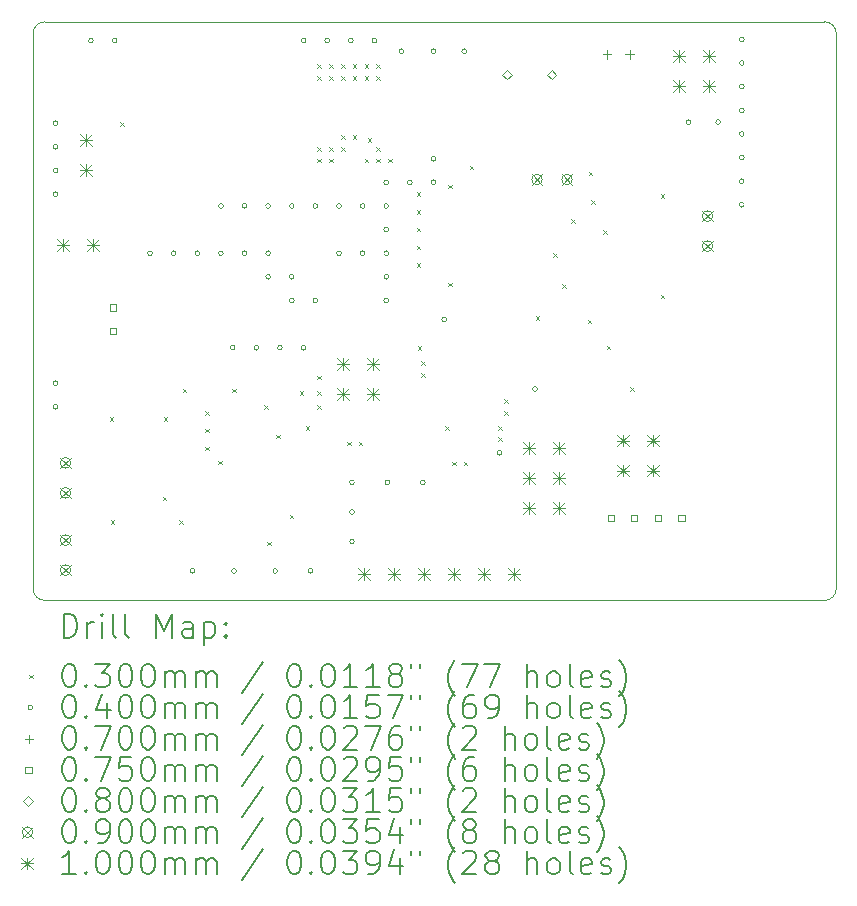
<source format=gbr>
%TF.GenerationSoftware,KiCad,Pcbnew,8.0.9-8.0.9-0~ubuntu24.04.1*%
%TF.CreationDate,2025-03-05T09:12:24+01:00*%
%TF.ProjectId,SpeedometerV1,53706565-646f-46d6-9574-657256312e6b,V2*%
%TF.SameCoordinates,Original*%
%TF.FileFunction,Drillmap*%
%TF.FilePolarity,Positive*%
%FSLAX45Y45*%
G04 Gerber Fmt 4.5, Leading zero omitted, Abs format (unit mm)*
G04 Created by KiCad (PCBNEW 8.0.9-8.0.9-0~ubuntu24.04.1) date 2025-03-05 09:12:24*
%MOMM*%
%LPD*%
G01*
G04 APERTURE LIST*
%ADD10C,0.050000*%
%ADD11C,0.200000*%
%ADD12C,0.100000*%
G04 APERTURE END LIST*
D10*
X10210000Y-3540000D02*
G75*
G02*
X10310000Y-3640000I0J-100000D01*
G01*
X3510000Y-3640000D02*
G75*
G02*
X3610000Y-3540000I100000J0D01*
G01*
X10210000Y-8440000D02*
X3610000Y-8440000D01*
X3510000Y-8340000D02*
X3510000Y-3640000D01*
X3610000Y-8440000D02*
G75*
G02*
X3510000Y-8340000I0J100000D01*
G01*
X10310000Y-3640000D02*
X10310000Y-8340000D01*
X3610000Y-3540000D02*
X10210000Y-3540000D01*
X10310000Y-8340000D02*
G75*
G02*
X10210000Y-8440000I-100000J0D01*
G01*
D11*
D12*
X4157500Y-6886500D02*
X4187500Y-6916500D01*
X4187500Y-6886500D02*
X4157500Y-6916500D01*
X4166875Y-7760250D02*
X4196875Y-7790250D01*
X4196875Y-7760250D02*
X4166875Y-7790250D01*
X4247000Y-4391000D02*
X4277000Y-4421000D01*
X4277000Y-4391000D02*
X4247000Y-4421000D01*
X4606875Y-7560250D02*
X4636875Y-7590250D01*
X4636875Y-7560250D02*
X4606875Y-7590250D01*
X4617500Y-6886500D02*
X4647500Y-6916500D01*
X4647500Y-6886500D02*
X4617500Y-6916500D01*
X4746875Y-7760250D02*
X4776875Y-7790250D01*
X4776875Y-7760250D02*
X4746875Y-7790250D01*
X4777500Y-6646500D02*
X4807500Y-6676500D01*
X4807500Y-6646500D02*
X4777500Y-6676500D01*
X4967500Y-6836500D02*
X4997500Y-6866500D01*
X4997500Y-6836500D02*
X4967500Y-6866500D01*
X4967500Y-6986500D02*
X4997500Y-7016500D01*
X4997500Y-6986500D02*
X4967500Y-7016500D01*
X4967500Y-7136500D02*
X4997500Y-7166500D01*
X4997500Y-7136500D02*
X4967500Y-7166500D01*
X5077500Y-7256500D02*
X5107500Y-7286500D01*
X5107500Y-7256500D02*
X5077500Y-7286500D01*
X5197500Y-6646500D02*
X5227500Y-6676500D01*
X5227500Y-6646500D02*
X5197500Y-6676500D01*
X5467500Y-6786500D02*
X5497500Y-6816500D01*
X5497500Y-6786500D02*
X5467500Y-6816500D01*
X5493125Y-7944000D02*
X5523125Y-7974000D01*
X5523125Y-7944000D02*
X5493125Y-7974000D01*
X5567500Y-7036500D02*
X5597500Y-7066500D01*
X5597500Y-7036500D02*
X5567500Y-7066500D01*
X5681875Y-7715250D02*
X5711875Y-7745250D01*
X5711875Y-7715250D02*
X5681875Y-7745250D01*
X5767500Y-6666500D02*
X5797500Y-6696500D01*
X5797500Y-6666500D02*
X5767500Y-6696500D01*
X5817500Y-6966500D02*
X5847500Y-6996500D01*
X5847500Y-6966500D02*
X5817500Y-6996500D01*
X5917000Y-3901000D02*
X5947000Y-3931000D01*
X5947000Y-3901000D02*
X5917000Y-3931000D01*
X5917000Y-4001000D02*
X5947000Y-4031000D01*
X5947000Y-4001000D02*
X5917000Y-4031000D01*
X5917000Y-4601000D02*
X5947000Y-4631000D01*
X5947000Y-4601000D02*
X5917000Y-4631000D01*
X5917000Y-4701000D02*
X5947000Y-4731000D01*
X5947000Y-4701000D02*
X5917000Y-4731000D01*
X5917500Y-6536500D02*
X5947500Y-6566500D01*
X5947500Y-6536500D02*
X5917500Y-6566500D01*
X5917500Y-6666500D02*
X5947500Y-6696500D01*
X5947500Y-6666500D02*
X5917500Y-6696500D01*
X5917500Y-6786500D02*
X5947500Y-6816500D01*
X5947500Y-6786500D02*
X5917500Y-6816500D01*
X6017000Y-3901000D02*
X6047000Y-3931000D01*
X6047000Y-3901000D02*
X6017000Y-3931000D01*
X6017000Y-4001000D02*
X6047000Y-4031000D01*
X6047000Y-4001000D02*
X6017000Y-4031000D01*
X6017000Y-4601000D02*
X6047000Y-4631000D01*
X6047000Y-4601000D02*
X6017000Y-4631000D01*
X6017000Y-4701000D02*
X6047000Y-4731000D01*
X6047000Y-4701000D02*
X6017000Y-4731000D01*
X6117000Y-3901000D02*
X6147000Y-3931000D01*
X6147000Y-3901000D02*
X6117000Y-3931000D01*
X6117000Y-4001000D02*
X6147000Y-4031000D01*
X6147000Y-4001000D02*
X6117000Y-4031000D01*
X6117000Y-4501000D02*
X6147000Y-4531000D01*
X6147000Y-4501000D02*
X6117000Y-4531000D01*
X6117000Y-4601000D02*
X6147000Y-4631000D01*
X6147000Y-4601000D02*
X6117000Y-4631000D01*
X6167500Y-7096500D02*
X6197500Y-7126500D01*
X6197500Y-7096500D02*
X6167500Y-7126500D01*
X6217000Y-3901000D02*
X6247000Y-3931000D01*
X6247000Y-3901000D02*
X6217000Y-3931000D01*
X6217000Y-4001000D02*
X6247000Y-4031000D01*
X6247000Y-4001000D02*
X6217000Y-4031000D01*
X6217000Y-4501000D02*
X6247000Y-4531000D01*
X6247000Y-4501000D02*
X6217000Y-4531000D01*
X6267500Y-7096500D02*
X6297500Y-7126500D01*
X6297500Y-7096500D02*
X6267500Y-7126500D01*
X6317000Y-3901000D02*
X6347000Y-3931000D01*
X6347000Y-3901000D02*
X6317000Y-3931000D01*
X6317000Y-4001000D02*
X6347000Y-4031000D01*
X6347000Y-4001000D02*
X6317000Y-4031000D01*
X6317000Y-4701000D02*
X6347000Y-4731000D01*
X6347000Y-4701000D02*
X6317000Y-4731000D01*
X6342000Y-4526000D02*
X6372000Y-4556000D01*
X6372000Y-4526000D02*
X6342000Y-4556000D01*
X6417000Y-3901000D02*
X6447000Y-3931000D01*
X6447000Y-3901000D02*
X6417000Y-3931000D01*
X6417000Y-4001000D02*
X6447000Y-4031000D01*
X6447000Y-4001000D02*
X6417000Y-4031000D01*
X6417000Y-4601000D02*
X6447000Y-4631000D01*
X6447000Y-4601000D02*
X6417000Y-4631000D01*
X6417000Y-4701000D02*
X6447000Y-4731000D01*
X6447000Y-4701000D02*
X6417000Y-4731000D01*
X6517000Y-4701000D02*
X6547000Y-4731000D01*
X6547000Y-4701000D02*
X6517000Y-4731000D01*
X6758877Y-4985000D02*
X6788877Y-5015000D01*
X6788877Y-4985000D02*
X6758877Y-5015000D01*
X6758877Y-5135000D02*
X6788877Y-5165000D01*
X6788877Y-5135000D02*
X6758877Y-5165000D01*
X6758877Y-5285000D02*
X6788877Y-5315000D01*
X6788877Y-5285000D02*
X6758877Y-5315000D01*
X6758877Y-5435000D02*
X6788877Y-5465000D01*
X6788877Y-5435000D02*
X6758877Y-5465000D01*
X6758877Y-5585000D02*
X6788877Y-5615000D01*
X6788877Y-5585000D02*
X6758877Y-5615000D01*
X6767500Y-6286500D02*
X6797500Y-6316500D01*
X6797500Y-6286500D02*
X6767500Y-6316500D01*
X6797500Y-6416500D02*
X6827500Y-6446500D01*
X6827500Y-6416500D02*
X6797500Y-6446500D01*
X6797500Y-6516500D02*
X6827500Y-6546500D01*
X6827500Y-6516500D02*
X6797500Y-6546500D01*
X6997500Y-6966500D02*
X7027500Y-6996500D01*
X7027500Y-6966500D02*
X6997500Y-6996500D01*
X7025000Y-4919750D02*
X7055000Y-4949750D01*
X7055000Y-4919750D02*
X7025000Y-4949750D01*
X7025000Y-5751000D02*
X7055000Y-5781000D01*
X7055000Y-5751000D02*
X7025000Y-5781000D01*
X7057500Y-7266500D02*
X7087500Y-7296500D01*
X7087500Y-7266500D02*
X7057500Y-7296500D01*
X7157500Y-7266500D02*
X7187500Y-7296500D01*
X7187500Y-7266500D02*
X7157500Y-7296500D01*
X7206250Y-4761000D02*
X7236250Y-4791000D01*
X7236250Y-4761000D02*
X7206250Y-4791000D01*
X7447500Y-6966500D02*
X7477500Y-6996500D01*
X7477500Y-6966500D02*
X7447500Y-6996500D01*
X7447500Y-7056500D02*
X7477500Y-7086500D01*
X7477500Y-7056500D02*
X7447500Y-7086500D01*
X7497500Y-6736500D02*
X7527500Y-6766500D01*
X7527500Y-6736500D02*
X7497500Y-6766500D01*
X7497500Y-6836500D02*
X7527500Y-6866500D01*
X7527500Y-6836500D02*
X7497500Y-6866500D01*
X7765000Y-6035000D02*
X7795000Y-6065000D01*
X7795000Y-6035000D02*
X7765000Y-6065000D01*
X7915000Y-5501000D02*
X7945000Y-5531000D01*
X7945000Y-5501000D02*
X7915000Y-5531000D01*
X7990000Y-5761000D02*
X8020000Y-5791000D01*
X8020000Y-5761000D02*
X7990000Y-5791000D01*
X8065000Y-5211000D02*
X8095000Y-5241000D01*
X8095000Y-5211000D02*
X8065000Y-5241000D01*
X8205000Y-6065000D02*
X8235000Y-6095000D01*
X8235000Y-6065000D02*
X8205000Y-6095000D01*
X8215000Y-4811000D02*
X8245000Y-4841000D01*
X8245000Y-4811000D02*
X8215000Y-4841000D01*
X8235000Y-5049750D02*
X8265000Y-5079750D01*
X8265000Y-5049750D02*
X8235000Y-5079750D01*
X8338750Y-5306000D02*
X8368750Y-5336000D01*
X8368750Y-5306000D02*
X8338750Y-5336000D01*
X8365000Y-6285000D02*
X8395000Y-6315000D01*
X8395000Y-6285000D02*
X8365000Y-6315000D01*
X8567500Y-6636500D02*
X8597500Y-6666500D01*
X8597500Y-6636500D02*
X8567500Y-6666500D01*
X8825000Y-4999750D02*
X8855000Y-5029750D01*
X8855000Y-4999750D02*
X8825000Y-5029750D01*
X8825000Y-5851000D02*
X8855000Y-5881000D01*
X8855000Y-5851000D02*
X8825000Y-5881000D01*
X3720000Y-4400000D02*
G75*
G02*
X3680000Y-4400000I-20000J0D01*
G01*
X3680000Y-4400000D02*
G75*
G02*
X3720000Y-4400000I20000J0D01*
G01*
X3720000Y-4600000D02*
G75*
G02*
X3680000Y-4600000I-20000J0D01*
G01*
X3680000Y-4600000D02*
G75*
G02*
X3720000Y-4600000I20000J0D01*
G01*
X3720000Y-4800000D02*
G75*
G02*
X3680000Y-4800000I-20000J0D01*
G01*
X3680000Y-4800000D02*
G75*
G02*
X3720000Y-4800000I20000J0D01*
G01*
X3720000Y-5000000D02*
G75*
G02*
X3680000Y-5000000I-20000J0D01*
G01*
X3680000Y-5000000D02*
G75*
G02*
X3720000Y-5000000I20000J0D01*
G01*
X3720000Y-6600000D02*
G75*
G02*
X3680000Y-6600000I-20000J0D01*
G01*
X3680000Y-6600000D02*
G75*
G02*
X3720000Y-6600000I20000J0D01*
G01*
X3720000Y-6800000D02*
G75*
G02*
X3680000Y-6800000I-20000J0D01*
G01*
X3680000Y-6800000D02*
G75*
G02*
X3720000Y-6800000I20000J0D01*
G01*
X4020000Y-3700000D02*
G75*
G02*
X3980000Y-3700000I-20000J0D01*
G01*
X3980000Y-3700000D02*
G75*
G02*
X4020000Y-3700000I20000J0D01*
G01*
X4220000Y-3700000D02*
G75*
G02*
X4180000Y-3700000I-20000J0D01*
G01*
X4180000Y-3700000D02*
G75*
G02*
X4220000Y-3700000I20000J0D01*
G01*
X4520000Y-5500000D02*
G75*
G02*
X4480000Y-5500000I-20000J0D01*
G01*
X4480000Y-5500000D02*
G75*
G02*
X4520000Y-5500000I20000J0D01*
G01*
X4720000Y-5500000D02*
G75*
G02*
X4680000Y-5500000I-20000J0D01*
G01*
X4680000Y-5500000D02*
G75*
G02*
X4720000Y-5500000I20000J0D01*
G01*
X4880000Y-8190000D02*
G75*
G02*
X4840000Y-8190000I-20000J0D01*
G01*
X4840000Y-8190000D02*
G75*
G02*
X4880000Y-8190000I20000J0D01*
G01*
X4920000Y-5500000D02*
G75*
G02*
X4880000Y-5500000I-20000J0D01*
G01*
X4880000Y-5500000D02*
G75*
G02*
X4920000Y-5500000I20000J0D01*
G01*
X5120000Y-5100000D02*
G75*
G02*
X5080000Y-5100000I-20000J0D01*
G01*
X5080000Y-5100000D02*
G75*
G02*
X5120000Y-5100000I20000J0D01*
G01*
X5120000Y-5500000D02*
G75*
G02*
X5080000Y-5500000I-20000J0D01*
G01*
X5080000Y-5500000D02*
G75*
G02*
X5120000Y-5500000I20000J0D01*
G01*
X5220000Y-6300000D02*
G75*
G02*
X5180000Y-6300000I-20000J0D01*
G01*
X5180000Y-6300000D02*
G75*
G02*
X5220000Y-6300000I20000J0D01*
G01*
X5230000Y-8190000D02*
G75*
G02*
X5190000Y-8190000I-20000J0D01*
G01*
X5190000Y-8190000D02*
G75*
G02*
X5230000Y-8190000I20000J0D01*
G01*
X5320000Y-5100000D02*
G75*
G02*
X5280000Y-5100000I-20000J0D01*
G01*
X5280000Y-5100000D02*
G75*
G02*
X5320000Y-5100000I20000J0D01*
G01*
X5320000Y-5500000D02*
G75*
G02*
X5280000Y-5500000I-20000J0D01*
G01*
X5280000Y-5500000D02*
G75*
G02*
X5320000Y-5500000I20000J0D01*
G01*
X5420000Y-6300000D02*
G75*
G02*
X5380000Y-6300000I-20000J0D01*
G01*
X5380000Y-6300000D02*
G75*
G02*
X5420000Y-6300000I20000J0D01*
G01*
X5520000Y-5100000D02*
G75*
G02*
X5480000Y-5100000I-20000J0D01*
G01*
X5480000Y-5100000D02*
G75*
G02*
X5520000Y-5100000I20000J0D01*
G01*
X5520000Y-5500000D02*
G75*
G02*
X5480000Y-5500000I-20000J0D01*
G01*
X5480000Y-5500000D02*
G75*
G02*
X5520000Y-5500000I20000J0D01*
G01*
X5520000Y-5700000D02*
G75*
G02*
X5480000Y-5700000I-20000J0D01*
G01*
X5480000Y-5700000D02*
G75*
G02*
X5520000Y-5700000I20000J0D01*
G01*
X5580000Y-8190000D02*
G75*
G02*
X5540000Y-8190000I-20000J0D01*
G01*
X5540000Y-8190000D02*
G75*
G02*
X5580000Y-8190000I20000J0D01*
G01*
X5620000Y-6300000D02*
G75*
G02*
X5580000Y-6300000I-20000J0D01*
G01*
X5580000Y-6300000D02*
G75*
G02*
X5620000Y-6300000I20000J0D01*
G01*
X5720000Y-5100000D02*
G75*
G02*
X5680000Y-5100000I-20000J0D01*
G01*
X5680000Y-5100000D02*
G75*
G02*
X5720000Y-5100000I20000J0D01*
G01*
X5720000Y-5700000D02*
G75*
G02*
X5680000Y-5700000I-20000J0D01*
G01*
X5680000Y-5700000D02*
G75*
G02*
X5720000Y-5700000I20000J0D01*
G01*
X5720000Y-5900000D02*
G75*
G02*
X5680000Y-5900000I-20000J0D01*
G01*
X5680000Y-5900000D02*
G75*
G02*
X5720000Y-5900000I20000J0D01*
G01*
X5820000Y-3700000D02*
G75*
G02*
X5780000Y-3700000I-20000J0D01*
G01*
X5780000Y-3700000D02*
G75*
G02*
X5820000Y-3700000I20000J0D01*
G01*
X5820000Y-6300000D02*
G75*
G02*
X5780000Y-6300000I-20000J0D01*
G01*
X5780000Y-6300000D02*
G75*
G02*
X5820000Y-6300000I20000J0D01*
G01*
X5880000Y-8190000D02*
G75*
G02*
X5840000Y-8190000I-20000J0D01*
G01*
X5840000Y-8190000D02*
G75*
G02*
X5880000Y-8190000I20000J0D01*
G01*
X5920000Y-5100000D02*
G75*
G02*
X5880000Y-5100000I-20000J0D01*
G01*
X5880000Y-5100000D02*
G75*
G02*
X5920000Y-5100000I20000J0D01*
G01*
X5920000Y-5900000D02*
G75*
G02*
X5880000Y-5900000I-20000J0D01*
G01*
X5880000Y-5900000D02*
G75*
G02*
X5920000Y-5900000I20000J0D01*
G01*
X6020000Y-3700000D02*
G75*
G02*
X5980000Y-3700000I-20000J0D01*
G01*
X5980000Y-3700000D02*
G75*
G02*
X6020000Y-3700000I20000J0D01*
G01*
X6120000Y-5100000D02*
G75*
G02*
X6080000Y-5100000I-20000J0D01*
G01*
X6080000Y-5100000D02*
G75*
G02*
X6120000Y-5100000I20000J0D01*
G01*
X6120000Y-5500000D02*
G75*
G02*
X6080000Y-5500000I-20000J0D01*
G01*
X6080000Y-5500000D02*
G75*
G02*
X6120000Y-5500000I20000J0D01*
G01*
X6220000Y-3700000D02*
G75*
G02*
X6180000Y-3700000I-20000J0D01*
G01*
X6180000Y-3700000D02*
G75*
G02*
X6220000Y-3700000I20000J0D01*
G01*
X6230000Y-7440000D02*
G75*
G02*
X6190000Y-7440000I-20000J0D01*
G01*
X6190000Y-7440000D02*
G75*
G02*
X6230000Y-7440000I20000J0D01*
G01*
X6230000Y-7690000D02*
G75*
G02*
X6190000Y-7690000I-20000J0D01*
G01*
X6190000Y-7690000D02*
G75*
G02*
X6230000Y-7690000I20000J0D01*
G01*
X6230000Y-7940000D02*
G75*
G02*
X6190000Y-7940000I-20000J0D01*
G01*
X6190000Y-7940000D02*
G75*
G02*
X6230000Y-7940000I20000J0D01*
G01*
X6320000Y-5100000D02*
G75*
G02*
X6280000Y-5100000I-20000J0D01*
G01*
X6280000Y-5100000D02*
G75*
G02*
X6320000Y-5100000I20000J0D01*
G01*
X6320000Y-5500000D02*
G75*
G02*
X6280000Y-5500000I-20000J0D01*
G01*
X6280000Y-5500000D02*
G75*
G02*
X6320000Y-5500000I20000J0D01*
G01*
X6420000Y-3700000D02*
G75*
G02*
X6380000Y-3700000I-20000J0D01*
G01*
X6380000Y-3700000D02*
G75*
G02*
X6420000Y-3700000I20000J0D01*
G01*
X6520000Y-4900000D02*
G75*
G02*
X6480000Y-4900000I-20000J0D01*
G01*
X6480000Y-4900000D02*
G75*
G02*
X6520000Y-4900000I20000J0D01*
G01*
X6520000Y-5100000D02*
G75*
G02*
X6480000Y-5100000I-20000J0D01*
G01*
X6480000Y-5100000D02*
G75*
G02*
X6520000Y-5100000I20000J0D01*
G01*
X6520000Y-5300000D02*
G75*
G02*
X6480000Y-5300000I-20000J0D01*
G01*
X6480000Y-5300000D02*
G75*
G02*
X6520000Y-5300000I20000J0D01*
G01*
X6520000Y-5500000D02*
G75*
G02*
X6480000Y-5500000I-20000J0D01*
G01*
X6480000Y-5500000D02*
G75*
G02*
X6520000Y-5500000I20000J0D01*
G01*
X6520000Y-5700000D02*
G75*
G02*
X6480000Y-5700000I-20000J0D01*
G01*
X6480000Y-5700000D02*
G75*
G02*
X6520000Y-5700000I20000J0D01*
G01*
X6520000Y-5900000D02*
G75*
G02*
X6480000Y-5900000I-20000J0D01*
G01*
X6480000Y-5900000D02*
G75*
G02*
X6520000Y-5900000I20000J0D01*
G01*
X6530000Y-7440000D02*
G75*
G02*
X6490000Y-7440000I-20000J0D01*
G01*
X6490000Y-7440000D02*
G75*
G02*
X6530000Y-7440000I20000J0D01*
G01*
X6648000Y-3790000D02*
G75*
G02*
X6608000Y-3790000I-20000J0D01*
G01*
X6608000Y-3790000D02*
G75*
G02*
X6648000Y-3790000I20000J0D01*
G01*
X6720000Y-4900000D02*
G75*
G02*
X6680000Y-4900000I-20000J0D01*
G01*
X6680000Y-4900000D02*
G75*
G02*
X6720000Y-4900000I20000J0D01*
G01*
X6830000Y-7440000D02*
G75*
G02*
X6790000Y-7440000I-20000J0D01*
G01*
X6790000Y-7440000D02*
G75*
G02*
X6830000Y-7440000I20000J0D01*
G01*
X6920000Y-3790000D02*
G75*
G02*
X6880000Y-3790000I-20000J0D01*
G01*
X6880000Y-3790000D02*
G75*
G02*
X6920000Y-3790000I20000J0D01*
G01*
X6920000Y-4700000D02*
G75*
G02*
X6880000Y-4700000I-20000J0D01*
G01*
X6880000Y-4700000D02*
G75*
G02*
X6920000Y-4700000I20000J0D01*
G01*
X6920000Y-4900000D02*
G75*
G02*
X6880000Y-4900000I-20000J0D01*
G01*
X6880000Y-4900000D02*
G75*
G02*
X6920000Y-4900000I20000J0D01*
G01*
X7010000Y-6061500D02*
G75*
G02*
X6970000Y-6061500I-20000J0D01*
G01*
X6970000Y-6061500D02*
G75*
G02*
X7010000Y-6061500I20000J0D01*
G01*
X7180000Y-3790000D02*
G75*
G02*
X7140000Y-3790000I-20000J0D01*
G01*
X7140000Y-3790000D02*
G75*
G02*
X7180000Y-3790000I20000J0D01*
G01*
X7480000Y-7190000D02*
G75*
G02*
X7440000Y-7190000I-20000J0D01*
G01*
X7440000Y-7190000D02*
G75*
G02*
X7480000Y-7190000I20000J0D01*
G01*
X7780000Y-6650000D02*
G75*
G02*
X7740000Y-6650000I-20000J0D01*
G01*
X7740000Y-6650000D02*
G75*
G02*
X7780000Y-6650000I20000J0D01*
G01*
X9080000Y-4390000D02*
G75*
G02*
X9040000Y-4390000I-20000J0D01*
G01*
X9040000Y-4390000D02*
G75*
G02*
X9080000Y-4390000I20000J0D01*
G01*
X9330000Y-4390000D02*
G75*
G02*
X9290000Y-4390000I-20000J0D01*
G01*
X9290000Y-4390000D02*
G75*
G02*
X9330000Y-4390000I20000J0D01*
G01*
X9530000Y-3690000D02*
G75*
G02*
X9490000Y-3690000I-20000J0D01*
G01*
X9490000Y-3690000D02*
G75*
G02*
X9530000Y-3690000I20000J0D01*
G01*
X9530000Y-3890000D02*
G75*
G02*
X9490000Y-3890000I-20000J0D01*
G01*
X9490000Y-3890000D02*
G75*
G02*
X9530000Y-3890000I20000J0D01*
G01*
X9530000Y-4090000D02*
G75*
G02*
X9490000Y-4090000I-20000J0D01*
G01*
X9490000Y-4090000D02*
G75*
G02*
X9530000Y-4090000I20000J0D01*
G01*
X9530000Y-4290000D02*
G75*
G02*
X9490000Y-4290000I-20000J0D01*
G01*
X9490000Y-4290000D02*
G75*
G02*
X9530000Y-4290000I20000J0D01*
G01*
X9530000Y-4490000D02*
G75*
G02*
X9490000Y-4490000I-20000J0D01*
G01*
X9490000Y-4490000D02*
G75*
G02*
X9530000Y-4490000I20000J0D01*
G01*
X9530000Y-4690000D02*
G75*
G02*
X9490000Y-4690000I-20000J0D01*
G01*
X9490000Y-4690000D02*
G75*
G02*
X9530000Y-4690000I20000J0D01*
G01*
X9530000Y-4890000D02*
G75*
G02*
X9490000Y-4890000I-20000J0D01*
G01*
X9490000Y-4890000D02*
G75*
G02*
X9530000Y-4890000I20000J0D01*
G01*
X9530000Y-5090000D02*
G75*
G02*
X9490000Y-5090000I-20000J0D01*
G01*
X9490000Y-5090000D02*
G75*
G02*
X9530000Y-5090000I20000J0D01*
G01*
X8370000Y-3781500D02*
X8370000Y-3851500D01*
X8335000Y-3816500D02*
X8405000Y-3816500D01*
X8560000Y-3781500D02*
X8560000Y-3851500D01*
X8525000Y-3816500D02*
X8595000Y-3816500D01*
X4211517Y-5986517D02*
X4211517Y-5933483D01*
X4158483Y-5933483D01*
X4158483Y-5986517D01*
X4211517Y-5986517D01*
X4211517Y-6186517D02*
X4211517Y-6133483D01*
X4158483Y-6133483D01*
X4158483Y-6186517D01*
X4211517Y-6186517D01*
X8426517Y-7766517D02*
X8426517Y-7713483D01*
X8373483Y-7713483D01*
X8373483Y-7766517D01*
X8426517Y-7766517D01*
X8626517Y-7766517D02*
X8626517Y-7713483D01*
X8573483Y-7713483D01*
X8573483Y-7766517D01*
X8626517Y-7766517D01*
X8826517Y-7766517D02*
X8826517Y-7713483D01*
X8773483Y-7713483D01*
X8773483Y-7766517D01*
X8826517Y-7766517D01*
X9026517Y-7766517D02*
X9026517Y-7713483D01*
X8973483Y-7713483D01*
X8973483Y-7766517D01*
X9026517Y-7766517D01*
X7521000Y-4028000D02*
X7561000Y-3988000D01*
X7521000Y-3948000D01*
X7481000Y-3988000D01*
X7521000Y-4028000D01*
X7901000Y-4028000D02*
X7941000Y-3988000D01*
X7901000Y-3948000D01*
X7861000Y-3988000D01*
X7901000Y-4028000D01*
X3739375Y-7230000D02*
X3829375Y-7320000D01*
X3829375Y-7230000D02*
X3739375Y-7320000D01*
X3829375Y-7275000D02*
G75*
G02*
X3739375Y-7275000I-45000J0D01*
G01*
X3739375Y-7275000D02*
G75*
G02*
X3829375Y-7275000I45000J0D01*
G01*
X3739375Y-7484000D02*
X3829375Y-7574000D01*
X3829375Y-7484000D02*
X3739375Y-7574000D01*
X3829375Y-7529000D02*
G75*
G02*
X3739375Y-7529000I-45000J0D01*
G01*
X3739375Y-7529000D02*
G75*
G02*
X3829375Y-7529000I45000J0D01*
G01*
X3739375Y-7884000D02*
X3829375Y-7974000D01*
X3829375Y-7884000D02*
X3739375Y-7974000D01*
X3829375Y-7929000D02*
G75*
G02*
X3739375Y-7929000I-45000J0D01*
G01*
X3739375Y-7929000D02*
G75*
G02*
X3829375Y-7929000I45000J0D01*
G01*
X3739375Y-8138000D02*
X3829375Y-8228000D01*
X3829375Y-8138000D02*
X3739375Y-8228000D01*
X3829375Y-8183000D02*
G75*
G02*
X3739375Y-8183000I-45000J0D01*
G01*
X3739375Y-8183000D02*
G75*
G02*
X3829375Y-8183000I45000J0D01*
G01*
X7731000Y-4831000D02*
X7821000Y-4921000D01*
X7821000Y-4831000D02*
X7731000Y-4921000D01*
X7821000Y-4876000D02*
G75*
G02*
X7731000Y-4876000I-45000J0D01*
G01*
X7731000Y-4876000D02*
G75*
G02*
X7821000Y-4876000I45000J0D01*
G01*
X7985000Y-4831000D02*
X8075000Y-4921000D01*
X8075000Y-4831000D02*
X7985000Y-4921000D01*
X8075000Y-4876000D02*
G75*
G02*
X7985000Y-4876000I-45000J0D01*
G01*
X7985000Y-4876000D02*
G75*
G02*
X8075000Y-4876000I45000J0D01*
G01*
X9175000Y-5141000D02*
X9265000Y-5231000D01*
X9265000Y-5141000D02*
X9175000Y-5231000D01*
X9265000Y-5186000D02*
G75*
G02*
X9175000Y-5186000I-45000J0D01*
G01*
X9175000Y-5186000D02*
G75*
G02*
X9265000Y-5186000I45000J0D01*
G01*
X9175000Y-5395000D02*
X9265000Y-5485000D01*
X9265000Y-5395000D02*
X9175000Y-5485000D01*
X9265000Y-5440000D02*
G75*
G02*
X9175000Y-5440000I-45000J0D01*
G01*
X9175000Y-5440000D02*
G75*
G02*
X9265000Y-5440000I45000J0D01*
G01*
X3710000Y-5377500D02*
X3810000Y-5477500D01*
X3810000Y-5377500D02*
X3710000Y-5477500D01*
X3760000Y-5377500D02*
X3760000Y-5477500D01*
X3710000Y-5427500D02*
X3810000Y-5427500D01*
X3910000Y-4490000D02*
X4010000Y-4590000D01*
X4010000Y-4490000D02*
X3910000Y-4590000D01*
X3960000Y-4490000D02*
X3960000Y-4590000D01*
X3910000Y-4540000D02*
X4010000Y-4540000D01*
X3910000Y-4744000D02*
X4010000Y-4844000D01*
X4010000Y-4744000D02*
X3910000Y-4844000D01*
X3960000Y-4744000D02*
X3960000Y-4844000D01*
X3910000Y-4794000D02*
X4010000Y-4794000D01*
X3964000Y-5377500D02*
X4064000Y-5477500D01*
X4064000Y-5377500D02*
X3964000Y-5477500D01*
X4014000Y-5377500D02*
X4014000Y-5477500D01*
X3964000Y-5427500D02*
X4064000Y-5427500D01*
X6082500Y-6387500D02*
X6182500Y-6487500D01*
X6182500Y-6387500D02*
X6082500Y-6487500D01*
X6132500Y-6387500D02*
X6132500Y-6487500D01*
X6082500Y-6437500D02*
X6182500Y-6437500D01*
X6082500Y-6641500D02*
X6182500Y-6741500D01*
X6182500Y-6641500D02*
X6082500Y-6741500D01*
X6132500Y-6641500D02*
X6132500Y-6741500D01*
X6082500Y-6691500D02*
X6182500Y-6691500D01*
X6260500Y-8166500D02*
X6360500Y-8266500D01*
X6360500Y-8166500D02*
X6260500Y-8266500D01*
X6310500Y-8166500D02*
X6310500Y-8266500D01*
X6260500Y-8216500D02*
X6360500Y-8216500D01*
X6336500Y-6387500D02*
X6436500Y-6487500D01*
X6436500Y-6387500D02*
X6336500Y-6487500D01*
X6386500Y-6387500D02*
X6386500Y-6487500D01*
X6336500Y-6437500D02*
X6436500Y-6437500D01*
X6336500Y-6641500D02*
X6436500Y-6741500D01*
X6436500Y-6641500D02*
X6336500Y-6741500D01*
X6386500Y-6641500D02*
X6386500Y-6741500D01*
X6336500Y-6691500D02*
X6436500Y-6691500D01*
X6514500Y-8166500D02*
X6614500Y-8266500D01*
X6614500Y-8166500D02*
X6514500Y-8266500D01*
X6564500Y-8166500D02*
X6564500Y-8266500D01*
X6514500Y-8216500D02*
X6614500Y-8216500D01*
X6768500Y-8166500D02*
X6868500Y-8266500D01*
X6868500Y-8166500D02*
X6768500Y-8266500D01*
X6818500Y-8166500D02*
X6818500Y-8266500D01*
X6768500Y-8216500D02*
X6868500Y-8216500D01*
X7022500Y-8166500D02*
X7122500Y-8266500D01*
X7122500Y-8166500D02*
X7022500Y-8266500D01*
X7072500Y-8166500D02*
X7072500Y-8266500D01*
X7022500Y-8216500D02*
X7122500Y-8216500D01*
X7276500Y-8166500D02*
X7376500Y-8266500D01*
X7376500Y-8166500D02*
X7276500Y-8266500D01*
X7326500Y-8166500D02*
X7326500Y-8266500D01*
X7276500Y-8216500D02*
X7376500Y-8216500D01*
X7530500Y-8166500D02*
X7630500Y-8266500D01*
X7630500Y-8166500D02*
X7530500Y-8266500D01*
X7580500Y-8166500D02*
X7580500Y-8266500D01*
X7530500Y-8216500D02*
X7630500Y-8216500D01*
X7657500Y-7097500D02*
X7757500Y-7197500D01*
X7757500Y-7097500D02*
X7657500Y-7197500D01*
X7707500Y-7097500D02*
X7707500Y-7197500D01*
X7657500Y-7147500D02*
X7757500Y-7147500D01*
X7657500Y-7351500D02*
X7757500Y-7451500D01*
X7757500Y-7351500D02*
X7657500Y-7451500D01*
X7707500Y-7351500D02*
X7707500Y-7451500D01*
X7657500Y-7401500D02*
X7757500Y-7401500D01*
X7657500Y-7605500D02*
X7757500Y-7705500D01*
X7757500Y-7605500D02*
X7657500Y-7705500D01*
X7707500Y-7605500D02*
X7707500Y-7705500D01*
X7657500Y-7655500D02*
X7757500Y-7655500D01*
X7911500Y-7097500D02*
X8011500Y-7197500D01*
X8011500Y-7097500D02*
X7911500Y-7197500D01*
X7961500Y-7097500D02*
X7961500Y-7197500D01*
X7911500Y-7147500D02*
X8011500Y-7147500D01*
X7911500Y-7351500D02*
X8011500Y-7451500D01*
X8011500Y-7351500D02*
X7911500Y-7451500D01*
X7961500Y-7351500D02*
X7961500Y-7451500D01*
X7911500Y-7401500D02*
X8011500Y-7401500D01*
X7911500Y-7605500D02*
X8011500Y-7705500D01*
X8011500Y-7605500D02*
X7911500Y-7705500D01*
X7961500Y-7605500D02*
X7961500Y-7705500D01*
X7911500Y-7655500D02*
X8011500Y-7655500D01*
X8456000Y-7036000D02*
X8556000Y-7136000D01*
X8556000Y-7036000D02*
X8456000Y-7136000D01*
X8506000Y-7036000D02*
X8506000Y-7136000D01*
X8456000Y-7086000D02*
X8556000Y-7086000D01*
X8456000Y-7290000D02*
X8556000Y-7390000D01*
X8556000Y-7290000D02*
X8456000Y-7390000D01*
X8506000Y-7290000D02*
X8506000Y-7390000D01*
X8456000Y-7340000D02*
X8556000Y-7340000D01*
X8710000Y-7036000D02*
X8810000Y-7136000D01*
X8810000Y-7036000D02*
X8710000Y-7136000D01*
X8760000Y-7036000D02*
X8760000Y-7136000D01*
X8710000Y-7086000D02*
X8810000Y-7086000D01*
X8710000Y-7290000D02*
X8810000Y-7390000D01*
X8810000Y-7290000D02*
X8710000Y-7390000D01*
X8760000Y-7290000D02*
X8760000Y-7390000D01*
X8710000Y-7340000D02*
X8810000Y-7340000D01*
X8928500Y-3777500D02*
X9028500Y-3877500D01*
X9028500Y-3777500D02*
X8928500Y-3877500D01*
X8978500Y-3777500D02*
X8978500Y-3877500D01*
X8928500Y-3827500D02*
X9028500Y-3827500D01*
X8928500Y-4031500D02*
X9028500Y-4131500D01*
X9028500Y-4031500D02*
X8928500Y-4131500D01*
X8978500Y-4031500D02*
X8978500Y-4131500D01*
X8928500Y-4081500D02*
X9028500Y-4081500D01*
X9182500Y-3777500D02*
X9282500Y-3877500D01*
X9282500Y-3777500D02*
X9182500Y-3877500D01*
X9232500Y-3777500D02*
X9232500Y-3877500D01*
X9182500Y-3827500D02*
X9282500Y-3827500D01*
X9182500Y-4031500D02*
X9282500Y-4131500D01*
X9282500Y-4031500D02*
X9182500Y-4131500D01*
X9232500Y-4031500D02*
X9232500Y-4131500D01*
X9182500Y-4081500D02*
X9282500Y-4081500D01*
D11*
X3768277Y-8753984D02*
X3768277Y-8553984D01*
X3768277Y-8553984D02*
X3815896Y-8553984D01*
X3815896Y-8553984D02*
X3844467Y-8563508D01*
X3844467Y-8563508D02*
X3863515Y-8582555D01*
X3863515Y-8582555D02*
X3873039Y-8601603D01*
X3873039Y-8601603D02*
X3882562Y-8639698D01*
X3882562Y-8639698D02*
X3882562Y-8668270D01*
X3882562Y-8668270D02*
X3873039Y-8706365D01*
X3873039Y-8706365D02*
X3863515Y-8725412D01*
X3863515Y-8725412D02*
X3844467Y-8744460D01*
X3844467Y-8744460D02*
X3815896Y-8753984D01*
X3815896Y-8753984D02*
X3768277Y-8753984D01*
X3968277Y-8753984D02*
X3968277Y-8620650D01*
X3968277Y-8658746D02*
X3977801Y-8639698D01*
X3977801Y-8639698D02*
X3987324Y-8630174D01*
X3987324Y-8630174D02*
X4006372Y-8620650D01*
X4006372Y-8620650D02*
X4025420Y-8620650D01*
X4092086Y-8753984D02*
X4092086Y-8620650D01*
X4092086Y-8553984D02*
X4082562Y-8563508D01*
X4082562Y-8563508D02*
X4092086Y-8573031D01*
X4092086Y-8573031D02*
X4101610Y-8563508D01*
X4101610Y-8563508D02*
X4092086Y-8553984D01*
X4092086Y-8553984D02*
X4092086Y-8573031D01*
X4215896Y-8753984D02*
X4196848Y-8744460D01*
X4196848Y-8744460D02*
X4187324Y-8725412D01*
X4187324Y-8725412D02*
X4187324Y-8553984D01*
X4320658Y-8753984D02*
X4301610Y-8744460D01*
X4301610Y-8744460D02*
X4292086Y-8725412D01*
X4292086Y-8725412D02*
X4292086Y-8553984D01*
X4549229Y-8753984D02*
X4549229Y-8553984D01*
X4549229Y-8553984D02*
X4615896Y-8696841D01*
X4615896Y-8696841D02*
X4682563Y-8553984D01*
X4682563Y-8553984D02*
X4682563Y-8753984D01*
X4863515Y-8753984D02*
X4863515Y-8649222D01*
X4863515Y-8649222D02*
X4853991Y-8630174D01*
X4853991Y-8630174D02*
X4834944Y-8620650D01*
X4834944Y-8620650D02*
X4796848Y-8620650D01*
X4796848Y-8620650D02*
X4777801Y-8630174D01*
X4863515Y-8744460D02*
X4844467Y-8753984D01*
X4844467Y-8753984D02*
X4796848Y-8753984D01*
X4796848Y-8753984D02*
X4777801Y-8744460D01*
X4777801Y-8744460D02*
X4768277Y-8725412D01*
X4768277Y-8725412D02*
X4768277Y-8706365D01*
X4768277Y-8706365D02*
X4777801Y-8687317D01*
X4777801Y-8687317D02*
X4796848Y-8677793D01*
X4796848Y-8677793D02*
X4844467Y-8677793D01*
X4844467Y-8677793D02*
X4863515Y-8668270D01*
X4958753Y-8620650D02*
X4958753Y-8820650D01*
X4958753Y-8630174D02*
X4977801Y-8620650D01*
X4977801Y-8620650D02*
X5015896Y-8620650D01*
X5015896Y-8620650D02*
X5034944Y-8630174D01*
X5034944Y-8630174D02*
X5044467Y-8639698D01*
X5044467Y-8639698D02*
X5053991Y-8658746D01*
X5053991Y-8658746D02*
X5053991Y-8715889D01*
X5053991Y-8715889D02*
X5044467Y-8734936D01*
X5044467Y-8734936D02*
X5034944Y-8744460D01*
X5034944Y-8744460D02*
X5015896Y-8753984D01*
X5015896Y-8753984D02*
X4977801Y-8753984D01*
X4977801Y-8753984D02*
X4958753Y-8744460D01*
X5139705Y-8734936D02*
X5149229Y-8744460D01*
X5149229Y-8744460D02*
X5139705Y-8753984D01*
X5139705Y-8753984D02*
X5130182Y-8744460D01*
X5130182Y-8744460D02*
X5139705Y-8734936D01*
X5139705Y-8734936D02*
X5139705Y-8753984D01*
X5139705Y-8630174D02*
X5149229Y-8639698D01*
X5149229Y-8639698D02*
X5139705Y-8649222D01*
X5139705Y-8649222D02*
X5130182Y-8639698D01*
X5130182Y-8639698D02*
X5139705Y-8630174D01*
X5139705Y-8630174D02*
X5139705Y-8649222D01*
D12*
X3477500Y-9067500D02*
X3507500Y-9097500D01*
X3507500Y-9067500D02*
X3477500Y-9097500D01*
D11*
X3806372Y-8973984D02*
X3825420Y-8973984D01*
X3825420Y-8973984D02*
X3844467Y-8983508D01*
X3844467Y-8983508D02*
X3853991Y-8993031D01*
X3853991Y-8993031D02*
X3863515Y-9012079D01*
X3863515Y-9012079D02*
X3873039Y-9050174D01*
X3873039Y-9050174D02*
X3873039Y-9097793D01*
X3873039Y-9097793D02*
X3863515Y-9135889D01*
X3863515Y-9135889D02*
X3853991Y-9154936D01*
X3853991Y-9154936D02*
X3844467Y-9164460D01*
X3844467Y-9164460D02*
X3825420Y-9173984D01*
X3825420Y-9173984D02*
X3806372Y-9173984D01*
X3806372Y-9173984D02*
X3787324Y-9164460D01*
X3787324Y-9164460D02*
X3777801Y-9154936D01*
X3777801Y-9154936D02*
X3768277Y-9135889D01*
X3768277Y-9135889D02*
X3758753Y-9097793D01*
X3758753Y-9097793D02*
X3758753Y-9050174D01*
X3758753Y-9050174D02*
X3768277Y-9012079D01*
X3768277Y-9012079D02*
X3777801Y-8993031D01*
X3777801Y-8993031D02*
X3787324Y-8983508D01*
X3787324Y-8983508D02*
X3806372Y-8973984D01*
X3958753Y-9154936D02*
X3968277Y-9164460D01*
X3968277Y-9164460D02*
X3958753Y-9173984D01*
X3958753Y-9173984D02*
X3949229Y-9164460D01*
X3949229Y-9164460D02*
X3958753Y-9154936D01*
X3958753Y-9154936D02*
X3958753Y-9173984D01*
X4034943Y-8973984D02*
X4158753Y-8973984D01*
X4158753Y-8973984D02*
X4092086Y-9050174D01*
X4092086Y-9050174D02*
X4120658Y-9050174D01*
X4120658Y-9050174D02*
X4139705Y-9059698D01*
X4139705Y-9059698D02*
X4149229Y-9069222D01*
X4149229Y-9069222D02*
X4158753Y-9088270D01*
X4158753Y-9088270D02*
X4158753Y-9135889D01*
X4158753Y-9135889D02*
X4149229Y-9154936D01*
X4149229Y-9154936D02*
X4139705Y-9164460D01*
X4139705Y-9164460D02*
X4120658Y-9173984D01*
X4120658Y-9173984D02*
X4063515Y-9173984D01*
X4063515Y-9173984D02*
X4044467Y-9164460D01*
X4044467Y-9164460D02*
X4034943Y-9154936D01*
X4282563Y-8973984D02*
X4301610Y-8973984D01*
X4301610Y-8973984D02*
X4320658Y-8983508D01*
X4320658Y-8983508D02*
X4330182Y-8993031D01*
X4330182Y-8993031D02*
X4339705Y-9012079D01*
X4339705Y-9012079D02*
X4349229Y-9050174D01*
X4349229Y-9050174D02*
X4349229Y-9097793D01*
X4349229Y-9097793D02*
X4339705Y-9135889D01*
X4339705Y-9135889D02*
X4330182Y-9154936D01*
X4330182Y-9154936D02*
X4320658Y-9164460D01*
X4320658Y-9164460D02*
X4301610Y-9173984D01*
X4301610Y-9173984D02*
X4282563Y-9173984D01*
X4282563Y-9173984D02*
X4263515Y-9164460D01*
X4263515Y-9164460D02*
X4253991Y-9154936D01*
X4253991Y-9154936D02*
X4244467Y-9135889D01*
X4244467Y-9135889D02*
X4234944Y-9097793D01*
X4234944Y-9097793D02*
X4234944Y-9050174D01*
X4234944Y-9050174D02*
X4244467Y-9012079D01*
X4244467Y-9012079D02*
X4253991Y-8993031D01*
X4253991Y-8993031D02*
X4263515Y-8983508D01*
X4263515Y-8983508D02*
X4282563Y-8973984D01*
X4473039Y-8973984D02*
X4492086Y-8973984D01*
X4492086Y-8973984D02*
X4511134Y-8983508D01*
X4511134Y-8983508D02*
X4520658Y-8993031D01*
X4520658Y-8993031D02*
X4530182Y-9012079D01*
X4530182Y-9012079D02*
X4539705Y-9050174D01*
X4539705Y-9050174D02*
X4539705Y-9097793D01*
X4539705Y-9097793D02*
X4530182Y-9135889D01*
X4530182Y-9135889D02*
X4520658Y-9154936D01*
X4520658Y-9154936D02*
X4511134Y-9164460D01*
X4511134Y-9164460D02*
X4492086Y-9173984D01*
X4492086Y-9173984D02*
X4473039Y-9173984D01*
X4473039Y-9173984D02*
X4453991Y-9164460D01*
X4453991Y-9164460D02*
X4444467Y-9154936D01*
X4444467Y-9154936D02*
X4434944Y-9135889D01*
X4434944Y-9135889D02*
X4425420Y-9097793D01*
X4425420Y-9097793D02*
X4425420Y-9050174D01*
X4425420Y-9050174D02*
X4434944Y-9012079D01*
X4434944Y-9012079D02*
X4444467Y-8993031D01*
X4444467Y-8993031D02*
X4453991Y-8983508D01*
X4453991Y-8983508D02*
X4473039Y-8973984D01*
X4625420Y-9173984D02*
X4625420Y-9040650D01*
X4625420Y-9059698D02*
X4634944Y-9050174D01*
X4634944Y-9050174D02*
X4653991Y-9040650D01*
X4653991Y-9040650D02*
X4682563Y-9040650D01*
X4682563Y-9040650D02*
X4701610Y-9050174D01*
X4701610Y-9050174D02*
X4711134Y-9069222D01*
X4711134Y-9069222D02*
X4711134Y-9173984D01*
X4711134Y-9069222D02*
X4720658Y-9050174D01*
X4720658Y-9050174D02*
X4739705Y-9040650D01*
X4739705Y-9040650D02*
X4768277Y-9040650D01*
X4768277Y-9040650D02*
X4787325Y-9050174D01*
X4787325Y-9050174D02*
X4796848Y-9069222D01*
X4796848Y-9069222D02*
X4796848Y-9173984D01*
X4892086Y-9173984D02*
X4892086Y-9040650D01*
X4892086Y-9059698D02*
X4901610Y-9050174D01*
X4901610Y-9050174D02*
X4920658Y-9040650D01*
X4920658Y-9040650D02*
X4949229Y-9040650D01*
X4949229Y-9040650D02*
X4968277Y-9050174D01*
X4968277Y-9050174D02*
X4977801Y-9069222D01*
X4977801Y-9069222D02*
X4977801Y-9173984D01*
X4977801Y-9069222D02*
X4987325Y-9050174D01*
X4987325Y-9050174D02*
X5006372Y-9040650D01*
X5006372Y-9040650D02*
X5034944Y-9040650D01*
X5034944Y-9040650D02*
X5053991Y-9050174D01*
X5053991Y-9050174D02*
X5063515Y-9069222D01*
X5063515Y-9069222D02*
X5063515Y-9173984D01*
X5453991Y-8964460D02*
X5282563Y-9221603D01*
X5711134Y-8973984D02*
X5730182Y-8973984D01*
X5730182Y-8973984D02*
X5749229Y-8983508D01*
X5749229Y-8983508D02*
X5758753Y-8993031D01*
X5758753Y-8993031D02*
X5768277Y-9012079D01*
X5768277Y-9012079D02*
X5777801Y-9050174D01*
X5777801Y-9050174D02*
X5777801Y-9097793D01*
X5777801Y-9097793D02*
X5768277Y-9135889D01*
X5768277Y-9135889D02*
X5758753Y-9154936D01*
X5758753Y-9154936D02*
X5749229Y-9164460D01*
X5749229Y-9164460D02*
X5730182Y-9173984D01*
X5730182Y-9173984D02*
X5711134Y-9173984D01*
X5711134Y-9173984D02*
X5692086Y-9164460D01*
X5692086Y-9164460D02*
X5682563Y-9154936D01*
X5682563Y-9154936D02*
X5673039Y-9135889D01*
X5673039Y-9135889D02*
X5663515Y-9097793D01*
X5663515Y-9097793D02*
X5663515Y-9050174D01*
X5663515Y-9050174D02*
X5673039Y-9012079D01*
X5673039Y-9012079D02*
X5682563Y-8993031D01*
X5682563Y-8993031D02*
X5692086Y-8983508D01*
X5692086Y-8983508D02*
X5711134Y-8973984D01*
X5863515Y-9154936D02*
X5873039Y-9164460D01*
X5873039Y-9164460D02*
X5863515Y-9173984D01*
X5863515Y-9173984D02*
X5853991Y-9164460D01*
X5853991Y-9164460D02*
X5863515Y-9154936D01*
X5863515Y-9154936D02*
X5863515Y-9173984D01*
X5996848Y-8973984D02*
X6015896Y-8973984D01*
X6015896Y-8973984D02*
X6034944Y-8983508D01*
X6034944Y-8983508D02*
X6044467Y-8993031D01*
X6044467Y-8993031D02*
X6053991Y-9012079D01*
X6053991Y-9012079D02*
X6063515Y-9050174D01*
X6063515Y-9050174D02*
X6063515Y-9097793D01*
X6063515Y-9097793D02*
X6053991Y-9135889D01*
X6053991Y-9135889D02*
X6044467Y-9154936D01*
X6044467Y-9154936D02*
X6034944Y-9164460D01*
X6034944Y-9164460D02*
X6015896Y-9173984D01*
X6015896Y-9173984D02*
X5996848Y-9173984D01*
X5996848Y-9173984D02*
X5977801Y-9164460D01*
X5977801Y-9164460D02*
X5968277Y-9154936D01*
X5968277Y-9154936D02*
X5958753Y-9135889D01*
X5958753Y-9135889D02*
X5949229Y-9097793D01*
X5949229Y-9097793D02*
X5949229Y-9050174D01*
X5949229Y-9050174D02*
X5958753Y-9012079D01*
X5958753Y-9012079D02*
X5968277Y-8993031D01*
X5968277Y-8993031D02*
X5977801Y-8983508D01*
X5977801Y-8983508D02*
X5996848Y-8973984D01*
X6253991Y-9173984D02*
X6139706Y-9173984D01*
X6196848Y-9173984D02*
X6196848Y-8973984D01*
X6196848Y-8973984D02*
X6177801Y-9002555D01*
X6177801Y-9002555D02*
X6158753Y-9021603D01*
X6158753Y-9021603D02*
X6139706Y-9031127D01*
X6444467Y-9173984D02*
X6330182Y-9173984D01*
X6387325Y-9173984D02*
X6387325Y-8973984D01*
X6387325Y-8973984D02*
X6368277Y-9002555D01*
X6368277Y-9002555D02*
X6349229Y-9021603D01*
X6349229Y-9021603D02*
X6330182Y-9031127D01*
X6558753Y-9059698D02*
X6539706Y-9050174D01*
X6539706Y-9050174D02*
X6530182Y-9040650D01*
X6530182Y-9040650D02*
X6520658Y-9021603D01*
X6520658Y-9021603D02*
X6520658Y-9012079D01*
X6520658Y-9012079D02*
X6530182Y-8993031D01*
X6530182Y-8993031D02*
X6539706Y-8983508D01*
X6539706Y-8983508D02*
X6558753Y-8973984D01*
X6558753Y-8973984D02*
X6596848Y-8973984D01*
X6596848Y-8973984D02*
X6615896Y-8983508D01*
X6615896Y-8983508D02*
X6625420Y-8993031D01*
X6625420Y-8993031D02*
X6634944Y-9012079D01*
X6634944Y-9012079D02*
X6634944Y-9021603D01*
X6634944Y-9021603D02*
X6625420Y-9040650D01*
X6625420Y-9040650D02*
X6615896Y-9050174D01*
X6615896Y-9050174D02*
X6596848Y-9059698D01*
X6596848Y-9059698D02*
X6558753Y-9059698D01*
X6558753Y-9059698D02*
X6539706Y-9069222D01*
X6539706Y-9069222D02*
X6530182Y-9078746D01*
X6530182Y-9078746D02*
X6520658Y-9097793D01*
X6520658Y-9097793D02*
X6520658Y-9135889D01*
X6520658Y-9135889D02*
X6530182Y-9154936D01*
X6530182Y-9154936D02*
X6539706Y-9164460D01*
X6539706Y-9164460D02*
X6558753Y-9173984D01*
X6558753Y-9173984D02*
X6596848Y-9173984D01*
X6596848Y-9173984D02*
X6615896Y-9164460D01*
X6615896Y-9164460D02*
X6625420Y-9154936D01*
X6625420Y-9154936D02*
X6634944Y-9135889D01*
X6634944Y-9135889D02*
X6634944Y-9097793D01*
X6634944Y-9097793D02*
X6625420Y-9078746D01*
X6625420Y-9078746D02*
X6615896Y-9069222D01*
X6615896Y-9069222D02*
X6596848Y-9059698D01*
X6711134Y-8973984D02*
X6711134Y-9012079D01*
X6787325Y-8973984D02*
X6787325Y-9012079D01*
X7082563Y-9250174D02*
X7073039Y-9240650D01*
X7073039Y-9240650D02*
X7053991Y-9212079D01*
X7053991Y-9212079D02*
X7044468Y-9193031D01*
X7044468Y-9193031D02*
X7034944Y-9164460D01*
X7034944Y-9164460D02*
X7025420Y-9116841D01*
X7025420Y-9116841D02*
X7025420Y-9078746D01*
X7025420Y-9078746D02*
X7034944Y-9031127D01*
X7034944Y-9031127D02*
X7044468Y-9002555D01*
X7044468Y-9002555D02*
X7053991Y-8983508D01*
X7053991Y-8983508D02*
X7073039Y-8954936D01*
X7073039Y-8954936D02*
X7082563Y-8945412D01*
X7139706Y-8973984D02*
X7273039Y-8973984D01*
X7273039Y-8973984D02*
X7187325Y-9173984D01*
X7330182Y-8973984D02*
X7463515Y-8973984D01*
X7463515Y-8973984D02*
X7377801Y-9173984D01*
X7692087Y-9173984D02*
X7692087Y-8973984D01*
X7777801Y-9173984D02*
X7777801Y-9069222D01*
X7777801Y-9069222D02*
X7768277Y-9050174D01*
X7768277Y-9050174D02*
X7749230Y-9040650D01*
X7749230Y-9040650D02*
X7720658Y-9040650D01*
X7720658Y-9040650D02*
X7701610Y-9050174D01*
X7701610Y-9050174D02*
X7692087Y-9059698D01*
X7901610Y-9173984D02*
X7882563Y-9164460D01*
X7882563Y-9164460D02*
X7873039Y-9154936D01*
X7873039Y-9154936D02*
X7863515Y-9135889D01*
X7863515Y-9135889D02*
X7863515Y-9078746D01*
X7863515Y-9078746D02*
X7873039Y-9059698D01*
X7873039Y-9059698D02*
X7882563Y-9050174D01*
X7882563Y-9050174D02*
X7901610Y-9040650D01*
X7901610Y-9040650D02*
X7930182Y-9040650D01*
X7930182Y-9040650D02*
X7949230Y-9050174D01*
X7949230Y-9050174D02*
X7958753Y-9059698D01*
X7958753Y-9059698D02*
X7968277Y-9078746D01*
X7968277Y-9078746D02*
X7968277Y-9135889D01*
X7968277Y-9135889D02*
X7958753Y-9154936D01*
X7958753Y-9154936D02*
X7949230Y-9164460D01*
X7949230Y-9164460D02*
X7930182Y-9173984D01*
X7930182Y-9173984D02*
X7901610Y-9173984D01*
X8082563Y-9173984D02*
X8063515Y-9164460D01*
X8063515Y-9164460D02*
X8053991Y-9145412D01*
X8053991Y-9145412D02*
X8053991Y-8973984D01*
X8234944Y-9164460D02*
X8215896Y-9173984D01*
X8215896Y-9173984D02*
X8177801Y-9173984D01*
X8177801Y-9173984D02*
X8158753Y-9164460D01*
X8158753Y-9164460D02*
X8149230Y-9145412D01*
X8149230Y-9145412D02*
X8149230Y-9069222D01*
X8149230Y-9069222D02*
X8158753Y-9050174D01*
X8158753Y-9050174D02*
X8177801Y-9040650D01*
X8177801Y-9040650D02*
X8215896Y-9040650D01*
X8215896Y-9040650D02*
X8234944Y-9050174D01*
X8234944Y-9050174D02*
X8244468Y-9069222D01*
X8244468Y-9069222D02*
X8244468Y-9088270D01*
X8244468Y-9088270D02*
X8149230Y-9107317D01*
X8320658Y-9164460D02*
X8339706Y-9173984D01*
X8339706Y-9173984D02*
X8377801Y-9173984D01*
X8377801Y-9173984D02*
X8396849Y-9164460D01*
X8396849Y-9164460D02*
X8406373Y-9145412D01*
X8406373Y-9145412D02*
X8406373Y-9135889D01*
X8406373Y-9135889D02*
X8396849Y-9116841D01*
X8396849Y-9116841D02*
X8377801Y-9107317D01*
X8377801Y-9107317D02*
X8349230Y-9107317D01*
X8349230Y-9107317D02*
X8330182Y-9097793D01*
X8330182Y-9097793D02*
X8320658Y-9078746D01*
X8320658Y-9078746D02*
X8320658Y-9069222D01*
X8320658Y-9069222D02*
X8330182Y-9050174D01*
X8330182Y-9050174D02*
X8349230Y-9040650D01*
X8349230Y-9040650D02*
X8377801Y-9040650D01*
X8377801Y-9040650D02*
X8396849Y-9050174D01*
X8473039Y-9250174D02*
X8482563Y-9240650D01*
X8482563Y-9240650D02*
X8501611Y-9212079D01*
X8501611Y-9212079D02*
X8511134Y-9193031D01*
X8511134Y-9193031D02*
X8520658Y-9164460D01*
X8520658Y-9164460D02*
X8530182Y-9116841D01*
X8530182Y-9116841D02*
X8530182Y-9078746D01*
X8530182Y-9078746D02*
X8520658Y-9031127D01*
X8520658Y-9031127D02*
X8511134Y-9002555D01*
X8511134Y-9002555D02*
X8501611Y-8983508D01*
X8501611Y-8983508D02*
X8482563Y-8954936D01*
X8482563Y-8954936D02*
X8473039Y-8945412D01*
D12*
X3507500Y-9346500D02*
G75*
G02*
X3467500Y-9346500I-20000J0D01*
G01*
X3467500Y-9346500D02*
G75*
G02*
X3507500Y-9346500I20000J0D01*
G01*
D11*
X3806372Y-9237984D02*
X3825420Y-9237984D01*
X3825420Y-9237984D02*
X3844467Y-9247508D01*
X3844467Y-9247508D02*
X3853991Y-9257031D01*
X3853991Y-9257031D02*
X3863515Y-9276079D01*
X3863515Y-9276079D02*
X3873039Y-9314174D01*
X3873039Y-9314174D02*
X3873039Y-9361793D01*
X3873039Y-9361793D02*
X3863515Y-9399889D01*
X3863515Y-9399889D02*
X3853991Y-9418936D01*
X3853991Y-9418936D02*
X3844467Y-9428460D01*
X3844467Y-9428460D02*
X3825420Y-9437984D01*
X3825420Y-9437984D02*
X3806372Y-9437984D01*
X3806372Y-9437984D02*
X3787324Y-9428460D01*
X3787324Y-9428460D02*
X3777801Y-9418936D01*
X3777801Y-9418936D02*
X3768277Y-9399889D01*
X3768277Y-9399889D02*
X3758753Y-9361793D01*
X3758753Y-9361793D02*
X3758753Y-9314174D01*
X3758753Y-9314174D02*
X3768277Y-9276079D01*
X3768277Y-9276079D02*
X3777801Y-9257031D01*
X3777801Y-9257031D02*
X3787324Y-9247508D01*
X3787324Y-9247508D02*
X3806372Y-9237984D01*
X3958753Y-9418936D02*
X3968277Y-9428460D01*
X3968277Y-9428460D02*
X3958753Y-9437984D01*
X3958753Y-9437984D02*
X3949229Y-9428460D01*
X3949229Y-9428460D02*
X3958753Y-9418936D01*
X3958753Y-9418936D02*
X3958753Y-9437984D01*
X4139705Y-9304650D02*
X4139705Y-9437984D01*
X4092086Y-9228460D02*
X4044467Y-9371317D01*
X4044467Y-9371317D02*
X4168277Y-9371317D01*
X4282563Y-9237984D02*
X4301610Y-9237984D01*
X4301610Y-9237984D02*
X4320658Y-9247508D01*
X4320658Y-9247508D02*
X4330182Y-9257031D01*
X4330182Y-9257031D02*
X4339705Y-9276079D01*
X4339705Y-9276079D02*
X4349229Y-9314174D01*
X4349229Y-9314174D02*
X4349229Y-9361793D01*
X4349229Y-9361793D02*
X4339705Y-9399889D01*
X4339705Y-9399889D02*
X4330182Y-9418936D01*
X4330182Y-9418936D02*
X4320658Y-9428460D01*
X4320658Y-9428460D02*
X4301610Y-9437984D01*
X4301610Y-9437984D02*
X4282563Y-9437984D01*
X4282563Y-9437984D02*
X4263515Y-9428460D01*
X4263515Y-9428460D02*
X4253991Y-9418936D01*
X4253991Y-9418936D02*
X4244467Y-9399889D01*
X4244467Y-9399889D02*
X4234944Y-9361793D01*
X4234944Y-9361793D02*
X4234944Y-9314174D01*
X4234944Y-9314174D02*
X4244467Y-9276079D01*
X4244467Y-9276079D02*
X4253991Y-9257031D01*
X4253991Y-9257031D02*
X4263515Y-9247508D01*
X4263515Y-9247508D02*
X4282563Y-9237984D01*
X4473039Y-9237984D02*
X4492086Y-9237984D01*
X4492086Y-9237984D02*
X4511134Y-9247508D01*
X4511134Y-9247508D02*
X4520658Y-9257031D01*
X4520658Y-9257031D02*
X4530182Y-9276079D01*
X4530182Y-9276079D02*
X4539705Y-9314174D01*
X4539705Y-9314174D02*
X4539705Y-9361793D01*
X4539705Y-9361793D02*
X4530182Y-9399889D01*
X4530182Y-9399889D02*
X4520658Y-9418936D01*
X4520658Y-9418936D02*
X4511134Y-9428460D01*
X4511134Y-9428460D02*
X4492086Y-9437984D01*
X4492086Y-9437984D02*
X4473039Y-9437984D01*
X4473039Y-9437984D02*
X4453991Y-9428460D01*
X4453991Y-9428460D02*
X4444467Y-9418936D01*
X4444467Y-9418936D02*
X4434944Y-9399889D01*
X4434944Y-9399889D02*
X4425420Y-9361793D01*
X4425420Y-9361793D02*
X4425420Y-9314174D01*
X4425420Y-9314174D02*
X4434944Y-9276079D01*
X4434944Y-9276079D02*
X4444467Y-9257031D01*
X4444467Y-9257031D02*
X4453991Y-9247508D01*
X4453991Y-9247508D02*
X4473039Y-9237984D01*
X4625420Y-9437984D02*
X4625420Y-9304650D01*
X4625420Y-9323698D02*
X4634944Y-9314174D01*
X4634944Y-9314174D02*
X4653991Y-9304650D01*
X4653991Y-9304650D02*
X4682563Y-9304650D01*
X4682563Y-9304650D02*
X4701610Y-9314174D01*
X4701610Y-9314174D02*
X4711134Y-9333222D01*
X4711134Y-9333222D02*
X4711134Y-9437984D01*
X4711134Y-9333222D02*
X4720658Y-9314174D01*
X4720658Y-9314174D02*
X4739705Y-9304650D01*
X4739705Y-9304650D02*
X4768277Y-9304650D01*
X4768277Y-9304650D02*
X4787325Y-9314174D01*
X4787325Y-9314174D02*
X4796848Y-9333222D01*
X4796848Y-9333222D02*
X4796848Y-9437984D01*
X4892086Y-9437984D02*
X4892086Y-9304650D01*
X4892086Y-9323698D02*
X4901610Y-9314174D01*
X4901610Y-9314174D02*
X4920658Y-9304650D01*
X4920658Y-9304650D02*
X4949229Y-9304650D01*
X4949229Y-9304650D02*
X4968277Y-9314174D01*
X4968277Y-9314174D02*
X4977801Y-9333222D01*
X4977801Y-9333222D02*
X4977801Y-9437984D01*
X4977801Y-9333222D02*
X4987325Y-9314174D01*
X4987325Y-9314174D02*
X5006372Y-9304650D01*
X5006372Y-9304650D02*
X5034944Y-9304650D01*
X5034944Y-9304650D02*
X5053991Y-9314174D01*
X5053991Y-9314174D02*
X5063515Y-9333222D01*
X5063515Y-9333222D02*
X5063515Y-9437984D01*
X5453991Y-9228460D02*
X5282563Y-9485603D01*
X5711134Y-9237984D02*
X5730182Y-9237984D01*
X5730182Y-9237984D02*
X5749229Y-9247508D01*
X5749229Y-9247508D02*
X5758753Y-9257031D01*
X5758753Y-9257031D02*
X5768277Y-9276079D01*
X5768277Y-9276079D02*
X5777801Y-9314174D01*
X5777801Y-9314174D02*
X5777801Y-9361793D01*
X5777801Y-9361793D02*
X5768277Y-9399889D01*
X5768277Y-9399889D02*
X5758753Y-9418936D01*
X5758753Y-9418936D02*
X5749229Y-9428460D01*
X5749229Y-9428460D02*
X5730182Y-9437984D01*
X5730182Y-9437984D02*
X5711134Y-9437984D01*
X5711134Y-9437984D02*
X5692086Y-9428460D01*
X5692086Y-9428460D02*
X5682563Y-9418936D01*
X5682563Y-9418936D02*
X5673039Y-9399889D01*
X5673039Y-9399889D02*
X5663515Y-9361793D01*
X5663515Y-9361793D02*
X5663515Y-9314174D01*
X5663515Y-9314174D02*
X5673039Y-9276079D01*
X5673039Y-9276079D02*
X5682563Y-9257031D01*
X5682563Y-9257031D02*
X5692086Y-9247508D01*
X5692086Y-9247508D02*
X5711134Y-9237984D01*
X5863515Y-9418936D02*
X5873039Y-9428460D01*
X5873039Y-9428460D02*
X5863515Y-9437984D01*
X5863515Y-9437984D02*
X5853991Y-9428460D01*
X5853991Y-9428460D02*
X5863515Y-9418936D01*
X5863515Y-9418936D02*
X5863515Y-9437984D01*
X5996848Y-9237984D02*
X6015896Y-9237984D01*
X6015896Y-9237984D02*
X6034944Y-9247508D01*
X6034944Y-9247508D02*
X6044467Y-9257031D01*
X6044467Y-9257031D02*
X6053991Y-9276079D01*
X6053991Y-9276079D02*
X6063515Y-9314174D01*
X6063515Y-9314174D02*
X6063515Y-9361793D01*
X6063515Y-9361793D02*
X6053991Y-9399889D01*
X6053991Y-9399889D02*
X6044467Y-9418936D01*
X6044467Y-9418936D02*
X6034944Y-9428460D01*
X6034944Y-9428460D02*
X6015896Y-9437984D01*
X6015896Y-9437984D02*
X5996848Y-9437984D01*
X5996848Y-9437984D02*
X5977801Y-9428460D01*
X5977801Y-9428460D02*
X5968277Y-9418936D01*
X5968277Y-9418936D02*
X5958753Y-9399889D01*
X5958753Y-9399889D02*
X5949229Y-9361793D01*
X5949229Y-9361793D02*
X5949229Y-9314174D01*
X5949229Y-9314174D02*
X5958753Y-9276079D01*
X5958753Y-9276079D02*
X5968277Y-9257031D01*
X5968277Y-9257031D02*
X5977801Y-9247508D01*
X5977801Y-9247508D02*
X5996848Y-9237984D01*
X6253991Y-9437984D02*
X6139706Y-9437984D01*
X6196848Y-9437984D02*
X6196848Y-9237984D01*
X6196848Y-9237984D02*
X6177801Y-9266555D01*
X6177801Y-9266555D02*
X6158753Y-9285603D01*
X6158753Y-9285603D02*
X6139706Y-9295127D01*
X6434944Y-9237984D02*
X6339706Y-9237984D01*
X6339706Y-9237984D02*
X6330182Y-9333222D01*
X6330182Y-9333222D02*
X6339706Y-9323698D01*
X6339706Y-9323698D02*
X6358753Y-9314174D01*
X6358753Y-9314174D02*
X6406372Y-9314174D01*
X6406372Y-9314174D02*
X6425420Y-9323698D01*
X6425420Y-9323698D02*
X6434944Y-9333222D01*
X6434944Y-9333222D02*
X6444467Y-9352270D01*
X6444467Y-9352270D02*
X6444467Y-9399889D01*
X6444467Y-9399889D02*
X6434944Y-9418936D01*
X6434944Y-9418936D02*
X6425420Y-9428460D01*
X6425420Y-9428460D02*
X6406372Y-9437984D01*
X6406372Y-9437984D02*
X6358753Y-9437984D01*
X6358753Y-9437984D02*
X6339706Y-9428460D01*
X6339706Y-9428460D02*
X6330182Y-9418936D01*
X6511134Y-9237984D02*
X6644467Y-9237984D01*
X6644467Y-9237984D02*
X6558753Y-9437984D01*
X6711134Y-9237984D02*
X6711134Y-9276079D01*
X6787325Y-9237984D02*
X6787325Y-9276079D01*
X7082563Y-9514174D02*
X7073039Y-9504650D01*
X7073039Y-9504650D02*
X7053991Y-9476079D01*
X7053991Y-9476079D02*
X7044468Y-9457031D01*
X7044468Y-9457031D02*
X7034944Y-9428460D01*
X7034944Y-9428460D02*
X7025420Y-9380841D01*
X7025420Y-9380841D02*
X7025420Y-9342746D01*
X7025420Y-9342746D02*
X7034944Y-9295127D01*
X7034944Y-9295127D02*
X7044468Y-9266555D01*
X7044468Y-9266555D02*
X7053991Y-9247508D01*
X7053991Y-9247508D02*
X7073039Y-9218936D01*
X7073039Y-9218936D02*
X7082563Y-9209412D01*
X7244468Y-9237984D02*
X7206372Y-9237984D01*
X7206372Y-9237984D02*
X7187325Y-9247508D01*
X7187325Y-9247508D02*
X7177801Y-9257031D01*
X7177801Y-9257031D02*
X7158753Y-9285603D01*
X7158753Y-9285603D02*
X7149229Y-9323698D01*
X7149229Y-9323698D02*
X7149229Y-9399889D01*
X7149229Y-9399889D02*
X7158753Y-9418936D01*
X7158753Y-9418936D02*
X7168277Y-9428460D01*
X7168277Y-9428460D02*
X7187325Y-9437984D01*
X7187325Y-9437984D02*
X7225420Y-9437984D01*
X7225420Y-9437984D02*
X7244468Y-9428460D01*
X7244468Y-9428460D02*
X7253991Y-9418936D01*
X7253991Y-9418936D02*
X7263515Y-9399889D01*
X7263515Y-9399889D02*
X7263515Y-9352270D01*
X7263515Y-9352270D02*
X7253991Y-9333222D01*
X7253991Y-9333222D02*
X7244468Y-9323698D01*
X7244468Y-9323698D02*
X7225420Y-9314174D01*
X7225420Y-9314174D02*
X7187325Y-9314174D01*
X7187325Y-9314174D02*
X7168277Y-9323698D01*
X7168277Y-9323698D02*
X7158753Y-9333222D01*
X7158753Y-9333222D02*
X7149229Y-9352270D01*
X7358753Y-9437984D02*
X7396848Y-9437984D01*
X7396848Y-9437984D02*
X7415896Y-9428460D01*
X7415896Y-9428460D02*
X7425420Y-9418936D01*
X7425420Y-9418936D02*
X7444468Y-9390365D01*
X7444468Y-9390365D02*
X7453991Y-9352270D01*
X7453991Y-9352270D02*
X7453991Y-9276079D01*
X7453991Y-9276079D02*
X7444468Y-9257031D01*
X7444468Y-9257031D02*
X7434944Y-9247508D01*
X7434944Y-9247508D02*
X7415896Y-9237984D01*
X7415896Y-9237984D02*
X7377801Y-9237984D01*
X7377801Y-9237984D02*
X7358753Y-9247508D01*
X7358753Y-9247508D02*
X7349229Y-9257031D01*
X7349229Y-9257031D02*
X7339706Y-9276079D01*
X7339706Y-9276079D02*
X7339706Y-9323698D01*
X7339706Y-9323698D02*
X7349229Y-9342746D01*
X7349229Y-9342746D02*
X7358753Y-9352270D01*
X7358753Y-9352270D02*
X7377801Y-9361793D01*
X7377801Y-9361793D02*
X7415896Y-9361793D01*
X7415896Y-9361793D02*
X7434944Y-9352270D01*
X7434944Y-9352270D02*
X7444468Y-9342746D01*
X7444468Y-9342746D02*
X7453991Y-9323698D01*
X7692087Y-9437984D02*
X7692087Y-9237984D01*
X7777801Y-9437984D02*
X7777801Y-9333222D01*
X7777801Y-9333222D02*
X7768277Y-9314174D01*
X7768277Y-9314174D02*
X7749230Y-9304650D01*
X7749230Y-9304650D02*
X7720658Y-9304650D01*
X7720658Y-9304650D02*
X7701610Y-9314174D01*
X7701610Y-9314174D02*
X7692087Y-9323698D01*
X7901610Y-9437984D02*
X7882563Y-9428460D01*
X7882563Y-9428460D02*
X7873039Y-9418936D01*
X7873039Y-9418936D02*
X7863515Y-9399889D01*
X7863515Y-9399889D02*
X7863515Y-9342746D01*
X7863515Y-9342746D02*
X7873039Y-9323698D01*
X7873039Y-9323698D02*
X7882563Y-9314174D01*
X7882563Y-9314174D02*
X7901610Y-9304650D01*
X7901610Y-9304650D02*
X7930182Y-9304650D01*
X7930182Y-9304650D02*
X7949230Y-9314174D01*
X7949230Y-9314174D02*
X7958753Y-9323698D01*
X7958753Y-9323698D02*
X7968277Y-9342746D01*
X7968277Y-9342746D02*
X7968277Y-9399889D01*
X7968277Y-9399889D02*
X7958753Y-9418936D01*
X7958753Y-9418936D02*
X7949230Y-9428460D01*
X7949230Y-9428460D02*
X7930182Y-9437984D01*
X7930182Y-9437984D02*
X7901610Y-9437984D01*
X8082563Y-9437984D02*
X8063515Y-9428460D01*
X8063515Y-9428460D02*
X8053991Y-9409412D01*
X8053991Y-9409412D02*
X8053991Y-9237984D01*
X8234944Y-9428460D02*
X8215896Y-9437984D01*
X8215896Y-9437984D02*
X8177801Y-9437984D01*
X8177801Y-9437984D02*
X8158753Y-9428460D01*
X8158753Y-9428460D02*
X8149230Y-9409412D01*
X8149230Y-9409412D02*
X8149230Y-9333222D01*
X8149230Y-9333222D02*
X8158753Y-9314174D01*
X8158753Y-9314174D02*
X8177801Y-9304650D01*
X8177801Y-9304650D02*
X8215896Y-9304650D01*
X8215896Y-9304650D02*
X8234944Y-9314174D01*
X8234944Y-9314174D02*
X8244468Y-9333222D01*
X8244468Y-9333222D02*
X8244468Y-9352270D01*
X8244468Y-9352270D02*
X8149230Y-9371317D01*
X8320658Y-9428460D02*
X8339706Y-9437984D01*
X8339706Y-9437984D02*
X8377801Y-9437984D01*
X8377801Y-9437984D02*
X8396849Y-9428460D01*
X8396849Y-9428460D02*
X8406373Y-9409412D01*
X8406373Y-9409412D02*
X8406373Y-9399889D01*
X8406373Y-9399889D02*
X8396849Y-9380841D01*
X8396849Y-9380841D02*
X8377801Y-9371317D01*
X8377801Y-9371317D02*
X8349230Y-9371317D01*
X8349230Y-9371317D02*
X8330182Y-9361793D01*
X8330182Y-9361793D02*
X8320658Y-9342746D01*
X8320658Y-9342746D02*
X8320658Y-9333222D01*
X8320658Y-9333222D02*
X8330182Y-9314174D01*
X8330182Y-9314174D02*
X8349230Y-9304650D01*
X8349230Y-9304650D02*
X8377801Y-9304650D01*
X8377801Y-9304650D02*
X8396849Y-9314174D01*
X8473039Y-9514174D02*
X8482563Y-9504650D01*
X8482563Y-9504650D02*
X8501611Y-9476079D01*
X8501611Y-9476079D02*
X8511134Y-9457031D01*
X8511134Y-9457031D02*
X8520658Y-9428460D01*
X8520658Y-9428460D02*
X8530182Y-9380841D01*
X8530182Y-9380841D02*
X8530182Y-9342746D01*
X8530182Y-9342746D02*
X8520658Y-9295127D01*
X8520658Y-9295127D02*
X8511134Y-9266555D01*
X8511134Y-9266555D02*
X8501611Y-9247508D01*
X8501611Y-9247508D02*
X8482563Y-9218936D01*
X8482563Y-9218936D02*
X8473039Y-9209412D01*
D12*
X3472500Y-9575500D02*
X3472500Y-9645500D01*
X3437500Y-9610500D02*
X3507500Y-9610500D01*
D11*
X3806372Y-9501984D02*
X3825420Y-9501984D01*
X3825420Y-9501984D02*
X3844467Y-9511508D01*
X3844467Y-9511508D02*
X3853991Y-9521031D01*
X3853991Y-9521031D02*
X3863515Y-9540079D01*
X3863515Y-9540079D02*
X3873039Y-9578174D01*
X3873039Y-9578174D02*
X3873039Y-9625793D01*
X3873039Y-9625793D02*
X3863515Y-9663889D01*
X3863515Y-9663889D02*
X3853991Y-9682936D01*
X3853991Y-9682936D02*
X3844467Y-9692460D01*
X3844467Y-9692460D02*
X3825420Y-9701984D01*
X3825420Y-9701984D02*
X3806372Y-9701984D01*
X3806372Y-9701984D02*
X3787324Y-9692460D01*
X3787324Y-9692460D02*
X3777801Y-9682936D01*
X3777801Y-9682936D02*
X3768277Y-9663889D01*
X3768277Y-9663889D02*
X3758753Y-9625793D01*
X3758753Y-9625793D02*
X3758753Y-9578174D01*
X3758753Y-9578174D02*
X3768277Y-9540079D01*
X3768277Y-9540079D02*
X3777801Y-9521031D01*
X3777801Y-9521031D02*
X3787324Y-9511508D01*
X3787324Y-9511508D02*
X3806372Y-9501984D01*
X3958753Y-9682936D02*
X3968277Y-9692460D01*
X3968277Y-9692460D02*
X3958753Y-9701984D01*
X3958753Y-9701984D02*
X3949229Y-9692460D01*
X3949229Y-9692460D02*
X3958753Y-9682936D01*
X3958753Y-9682936D02*
X3958753Y-9701984D01*
X4034943Y-9501984D02*
X4168277Y-9501984D01*
X4168277Y-9501984D02*
X4082562Y-9701984D01*
X4282563Y-9501984D02*
X4301610Y-9501984D01*
X4301610Y-9501984D02*
X4320658Y-9511508D01*
X4320658Y-9511508D02*
X4330182Y-9521031D01*
X4330182Y-9521031D02*
X4339705Y-9540079D01*
X4339705Y-9540079D02*
X4349229Y-9578174D01*
X4349229Y-9578174D02*
X4349229Y-9625793D01*
X4349229Y-9625793D02*
X4339705Y-9663889D01*
X4339705Y-9663889D02*
X4330182Y-9682936D01*
X4330182Y-9682936D02*
X4320658Y-9692460D01*
X4320658Y-9692460D02*
X4301610Y-9701984D01*
X4301610Y-9701984D02*
X4282563Y-9701984D01*
X4282563Y-9701984D02*
X4263515Y-9692460D01*
X4263515Y-9692460D02*
X4253991Y-9682936D01*
X4253991Y-9682936D02*
X4244467Y-9663889D01*
X4244467Y-9663889D02*
X4234944Y-9625793D01*
X4234944Y-9625793D02*
X4234944Y-9578174D01*
X4234944Y-9578174D02*
X4244467Y-9540079D01*
X4244467Y-9540079D02*
X4253991Y-9521031D01*
X4253991Y-9521031D02*
X4263515Y-9511508D01*
X4263515Y-9511508D02*
X4282563Y-9501984D01*
X4473039Y-9501984D02*
X4492086Y-9501984D01*
X4492086Y-9501984D02*
X4511134Y-9511508D01*
X4511134Y-9511508D02*
X4520658Y-9521031D01*
X4520658Y-9521031D02*
X4530182Y-9540079D01*
X4530182Y-9540079D02*
X4539705Y-9578174D01*
X4539705Y-9578174D02*
X4539705Y-9625793D01*
X4539705Y-9625793D02*
X4530182Y-9663889D01*
X4530182Y-9663889D02*
X4520658Y-9682936D01*
X4520658Y-9682936D02*
X4511134Y-9692460D01*
X4511134Y-9692460D02*
X4492086Y-9701984D01*
X4492086Y-9701984D02*
X4473039Y-9701984D01*
X4473039Y-9701984D02*
X4453991Y-9692460D01*
X4453991Y-9692460D02*
X4444467Y-9682936D01*
X4444467Y-9682936D02*
X4434944Y-9663889D01*
X4434944Y-9663889D02*
X4425420Y-9625793D01*
X4425420Y-9625793D02*
X4425420Y-9578174D01*
X4425420Y-9578174D02*
X4434944Y-9540079D01*
X4434944Y-9540079D02*
X4444467Y-9521031D01*
X4444467Y-9521031D02*
X4453991Y-9511508D01*
X4453991Y-9511508D02*
X4473039Y-9501984D01*
X4625420Y-9701984D02*
X4625420Y-9568650D01*
X4625420Y-9587698D02*
X4634944Y-9578174D01*
X4634944Y-9578174D02*
X4653991Y-9568650D01*
X4653991Y-9568650D02*
X4682563Y-9568650D01*
X4682563Y-9568650D02*
X4701610Y-9578174D01*
X4701610Y-9578174D02*
X4711134Y-9597222D01*
X4711134Y-9597222D02*
X4711134Y-9701984D01*
X4711134Y-9597222D02*
X4720658Y-9578174D01*
X4720658Y-9578174D02*
X4739705Y-9568650D01*
X4739705Y-9568650D02*
X4768277Y-9568650D01*
X4768277Y-9568650D02*
X4787325Y-9578174D01*
X4787325Y-9578174D02*
X4796848Y-9597222D01*
X4796848Y-9597222D02*
X4796848Y-9701984D01*
X4892086Y-9701984D02*
X4892086Y-9568650D01*
X4892086Y-9587698D02*
X4901610Y-9578174D01*
X4901610Y-9578174D02*
X4920658Y-9568650D01*
X4920658Y-9568650D02*
X4949229Y-9568650D01*
X4949229Y-9568650D02*
X4968277Y-9578174D01*
X4968277Y-9578174D02*
X4977801Y-9597222D01*
X4977801Y-9597222D02*
X4977801Y-9701984D01*
X4977801Y-9597222D02*
X4987325Y-9578174D01*
X4987325Y-9578174D02*
X5006372Y-9568650D01*
X5006372Y-9568650D02*
X5034944Y-9568650D01*
X5034944Y-9568650D02*
X5053991Y-9578174D01*
X5053991Y-9578174D02*
X5063515Y-9597222D01*
X5063515Y-9597222D02*
X5063515Y-9701984D01*
X5453991Y-9492460D02*
X5282563Y-9749603D01*
X5711134Y-9501984D02*
X5730182Y-9501984D01*
X5730182Y-9501984D02*
X5749229Y-9511508D01*
X5749229Y-9511508D02*
X5758753Y-9521031D01*
X5758753Y-9521031D02*
X5768277Y-9540079D01*
X5768277Y-9540079D02*
X5777801Y-9578174D01*
X5777801Y-9578174D02*
X5777801Y-9625793D01*
X5777801Y-9625793D02*
X5768277Y-9663889D01*
X5768277Y-9663889D02*
X5758753Y-9682936D01*
X5758753Y-9682936D02*
X5749229Y-9692460D01*
X5749229Y-9692460D02*
X5730182Y-9701984D01*
X5730182Y-9701984D02*
X5711134Y-9701984D01*
X5711134Y-9701984D02*
X5692086Y-9692460D01*
X5692086Y-9692460D02*
X5682563Y-9682936D01*
X5682563Y-9682936D02*
X5673039Y-9663889D01*
X5673039Y-9663889D02*
X5663515Y-9625793D01*
X5663515Y-9625793D02*
X5663515Y-9578174D01*
X5663515Y-9578174D02*
X5673039Y-9540079D01*
X5673039Y-9540079D02*
X5682563Y-9521031D01*
X5682563Y-9521031D02*
X5692086Y-9511508D01*
X5692086Y-9511508D02*
X5711134Y-9501984D01*
X5863515Y-9682936D02*
X5873039Y-9692460D01*
X5873039Y-9692460D02*
X5863515Y-9701984D01*
X5863515Y-9701984D02*
X5853991Y-9692460D01*
X5853991Y-9692460D02*
X5863515Y-9682936D01*
X5863515Y-9682936D02*
X5863515Y-9701984D01*
X5996848Y-9501984D02*
X6015896Y-9501984D01*
X6015896Y-9501984D02*
X6034944Y-9511508D01*
X6034944Y-9511508D02*
X6044467Y-9521031D01*
X6044467Y-9521031D02*
X6053991Y-9540079D01*
X6053991Y-9540079D02*
X6063515Y-9578174D01*
X6063515Y-9578174D02*
X6063515Y-9625793D01*
X6063515Y-9625793D02*
X6053991Y-9663889D01*
X6053991Y-9663889D02*
X6044467Y-9682936D01*
X6044467Y-9682936D02*
X6034944Y-9692460D01*
X6034944Y-9692460D02*
X6015896Y-9701984D01*
X6015896Y-9701984D02*
X5996848Y-9701984D01*
X5996848Y-9701984D02*
X5977801Y-9692460D01*
X5977801Y-9692460D02*
X5968277Y-9682936D01*
X5968277Y-9682936D02*
X5958753Y-9663889D01*
X5958753Y-9663889D02*
X5949229Y-9625793D01*
X5949229Y-9625793D02*
X5949229Y-9578174D01*
X5949229Y-9578174D02*
X5958753Y-9540079D01*
X5958753Y-9540079D02*
X5968277Y-9521031D01*
X5968277Y-9521031D02*
X5977801Y-9511508D01*
X5977801Y-9511508D02*
X5996848Y-9501984D01*
X6139706Y-9521031D02*
X6149229Y-9511508D01*
X6149229Y-9511508D02*
X6168277Y-9501984D01*
X6168277Y-9501984D02*
X6215896Y-9501984D01*
X6215896Y-9501984D02*
X6234944Y-9511508D01*
X6234944Y-9511508D02*
X6244467Y-9521031D01*
X6244467Y-9521031D02*
X6253991Y-9540079D01*
X6253991Y-9540079D02*
X6253991Y-9559127D01*
X6253991Y-9559127D02*
X6244467Y-9587698D01*
X6244467Y-9587698D02*
X6130182Y-9701984D01*
X6130182Y-9701984D02*
X6253991Y-9701984D01*
X6320658Y-9501984D02*
X6453991Y-9501984D01*
X6453991Y-9501984D02*
X6368277Y-9701984D01*
X6615896Y-9501984D02*
X6577801Y-9501984D01*
X6577801Y-9501984D02*
X6558753Y-9511508D01*
X6558753Y-9511508D02*
X6549229Y-9521031D01*
X6549229Y-9521031D02*
X6530182Y-9549603D01*
X6530182Y-9549603D02*
X6520658Y-9587698D01*
X6520658Y-9587698D02*
X6520658Y-9663889D01*
X6520658Y-9663889D02*
X6530182Y-9682936D01*
X6530182Y-9682936D02*
X6539706Y-9692460D01*
X6539706Y-9692460D02*
X6558753Y-9701984D01*
X6558753Y-9701984D02*
X6596848Y-9701984D01*
X6596848Y-9701984D02*
X6615896Y-9692460D01*
X6615896Y-9692460D02*
X6625420Y-9682936D01*
X6625420Y-9682936D02*
X6634944Y-9663889D01*
X6634944Y-9663889D02*
X6634944Y-9616270D01*
X6634944Y-9616270D02*
X6625420Y-9597222D01*
X6625420Y-9597222D02*
X6615896Y-9587698D01*
X6615896Y-9587698D02*
X6596848Y-9578174D01*
X6596848Y-9578174D02*
X6558753Y-9578174D01*
X6558753Y-9578174D02*
X6539706Y-9587698D01*
X6539706Y-9587698D02*
X6530182Y-9597222D01*
X6530182Y-9597222D02*
X6520658Y-9616270D01*
X6711134Y-9501984D02*
X6711134Y-9540079D01*
X6787325Y-9501984D02*
X6787325Y-9540079D01*
X7082563Y-9778174D02*
X7073039Y-9768650D01*
X7073039Y-9768650D02*
X7053991Y-9740079D01*
X7053991Y-9740079D02*
X7044468Y-9721031D01*
X7044468Y-9721031D02*
X7034944Y-9692460D01*
X7034944Y-9692460D02*
X7025420Y-9644841D01*
X7025420Y-9644841D02*
X7025420Y-9606746D01*
X7025420Y-9606746D02*
X7034944Y-9559127D01*
X7034944Y-9559127D02*
X7044468Y-9530555D01*
X7044468Y-9530555D02*
X7053991Y-9511508D01*
X7053991Y-9511508D02*
X7073039Y-9482936D01*
X7073039Y-9482936D02*
X7082563Y-9473412D01*
X7149229Y-9521031D02*
X7158753Y-9511508D01*
X7158753Y-9511508D02*
X7177801Y-9501984D01*
X7177801Y-9501984D02*
X7225420Y-9501984D01*
X7225420Y-9501984D02*
X7244468Y-9511508D01*
X7244468Y-9511508D02*
X7253991Y-9521031D01*
X7253991Y-9521031D02*
X7263515Y-9540079D01*
X7263515Y-9540079D02*
X7263515Y-9559127D01*
X7263515Y-9559127D02*
X7253991Y-9587698D01*
X7253991Y-9587698D02*
X7139706Y-9701984D01*
X7139706Y-9701984D02*
X7263515Y-9701984D01*
X7501610Y-9701984D02*
X7501610Y-9501984D01*
X7587325Y-9701984D02*
X7587325Y-9597222D01*
X7587325Y-9597222D02*
X7577801Y-9578174D01*
X7577801Y-9578174D02*
X7558753Y-9568650D01*
X7558753Y-9568650D02*
X7530182Y-9568650D01*
X7530182Y-9568650D02*
X7511134Y-9578174D01*
X7511134Y-9578174D02*
X7501610Y-9587698D01*
X7711134Y-9701984D02*
X7692087Y-9692460D01*
X7692087Y-9692460D02*
X7682563Y-9682936D01*
X7682563Y-9682936D02*
X7673039Y-9663889D01*
X7673039Y-9663889D02*
X7673039Y-9606746D01*
X7673039Y-9606746D02*
X7682563Y-9587698D01*
X7682563Y-9587698D02*
X7692087Y-9578174D01*
X7692087Y-9578174D02*
X7711134Y-9568650D01*
X7711134Y-9568650D02*
X7739706Y-9568650D01*
X7739706Y-9568650D02*
X7758753Y-9578174D01*
X7758753Y-9578174D02*
X7768277Y-9587698D01*
X7768277Y-9587698D02*
X7777801Y-9606746D01*
X7777801Y-9606746D02*
X7777801Y-9663889D01*
X7777801Y-9663889D02*
X7768277Y-9682936D01*
X7768277Y-9682936D02*
X7758753Y-9692460D01*
X7758753Y-9692460D02*
X7739706Y-9701984D01*
X7739706Y-9701984D02*
X7711134Y-9701984D01*
X7892087Y-9701984D02*
X7873039Y-9692460D01*
X7873039Y-9692460D02*
X7863515Y-9673412D01*
X7863515Y-9673412D02*
X7863515Y-9501984D01*
X8044468Y-9692460D02*
X8025420Y-9701984D01*
X8025420Y-9701984D02*
X7987325Y-9701984D01*
X7987325Y-9701984D02*
X7968277Y-9692460D01*
X7968277Y-9692460D02*
X7958753Y-9673412D01*
X7958753Y-9673412D02*
X7958753Y-9597222D01*
X7958753Y-9597222D02*
X7968277Y-9578174D01*
X7968277Y-9578174D02*
X7987325Y-9568650D01*
X7987325Y-9568650D02*
X8025420Y-9568650D01*
X8025420Y-9568650D02*
X8044468Y-9578174D01*
X8044468Y-9578174D02*
X8053991Y-9597222D01*
X8053991Y-9597222D02*
X8053991Y-9616270D01*
X8053991Y-9616270D02*
X7958753Y-9635317D01*
X8130182Y-9692460D02*
X8149230Y-9701984D01*
X8149230Y-9701984D02*
X8187325Y-9701984D01*
X8187325Y-9701984D02*
X8206372Y-9692460D01*
X8206372Y-9692460D02*
X8215896Y-9673412D01*
X8215896Y-9673412D02*
X8215896Y-9663889D01*
X8215896Y-9663889D02*
X8206372Y-9644841D01*
X8206372Y-9644841D02*
X8187325Y-9635317D01*
X8187325Y-9635317D02*
X8158753Y-9635317D01*
X8158753Y-9635317D02*
X8139706Y-9625793D01*
X8139706Y-9625793D02*
X8130182Y-9606746D01*
X8130182Y-9606746D02*
X8130182Y-9597222D01*
X8130182Y-9597222D02*
X8139706Y-9578174D01*
X8139706Y-9578174D02*
X8158753Y-9568650D01*
X8158753Y-9568650D02*
X8187325Y-9568650D01*
X8187325Y-9568650D02*
X8206372Y-9578174D01*
X8282563Y-9778174D02*
X8292087Y-9768650D01*
X8292087Y-9768650D02*
X8311134Y-9740079D01*
X8311134Y-9740079D02*
X8320658Y-9721031D01*
X8320658Y-9721031D02*
X8330182Y-9692460D01*
X8330182Y-9692460D02*
X8339706Y-9644841D01*
X8339706Y-9644841D02*
X8339706Y-9606746D01*
X8339706Y-9606746D02*
X8330182Y-9559127D01*
X8330182Y-9559127D02*
X8320658Y-9530555D01*
X8320658Y-9530555D02*
X8311134Y-9511508D01*
X8311134Y-9511508D02*
X8292087Y-9482936D01*
X8292087Y-9482936D02*
X8282563Y-9473412D01*
D12*
X3496517Y-9901017D02*
X3496517Y-9847983D01*
X3443483Y-9847983D01*
X3443483Y-9901017D01*
X3496517Y-9901017D01*
D11*
X3806372Y-9765984D02*
X3825420Y-9765984D01*
X3825420Y-9765984D02*
X3844467Y-9775508D01*
X3844467Y-9775508D02*
X3853991Y-9785031D01*
X3853991Y-9785031D02*
X3863515Y-9804079D01*
X3863515Y-9804079D02*
X3873039Y-9842174D01*
X3873039Y-9842174D02*
X3873039Y-9889793D01*
X3873039Y-9889793D02*
X3863515Y-9927889D01*
X3863515Y-9927889D02*
X3853991Y-9946936D01*
X3853991Y-9946936D02*
X3844467Y-9956460D01*
X3844467Y-9956460D02*
X3825420Y-9965984D01*
X3825420Y-9965984D02*
X3806372Y-9965984D01*
X3806372Y-9965984D02*
X3787324Y-9956460D01*
X3787324Y-9956460D02*
X3777801Y-9946936D01*
X3777801Y-9946936D02*
X3768277Y-9927889D01*
X3768277Y-9927889D02*
X3758753Y-9889793D01*
X3758753Y-9889793D02*
X3758753Y-9842174D01*
X3758753Y-9842174D02*
X3768277Y-9804079D01*
X3768277Y-9804079D02*
X3777801Y-9785031D01*
X3777801Y-9785031D02*
X3787324Y-9775508D01*
X3787324Y-9775508D02*
X3806372Y-9765984D01*
X3958753Y-9946936D02*
X3968277Y-9956460D01*
X3968277Y-9956460D02*
X3958753Y-9965984D01*
X3958753Y-9965984D02*
X3949229Y-9956460D01*
X3949229Y-9956460D02*
X3958753Y-9946936D01*
X3958753Y-9946936D02*
X3958753Y-9965984D01*
X4034943Y-9765984D02*
X4168277Y-9765984D01*
X4168277Y-9765984D02*
X4082562Y-9965984D01*
X4339705Y-9765984D02*
X4244467Y-9765984D01*
X4244467Y-9765984D02*
X4234944Y-9861222D01*
X4234944Y-9861222D02*
X4244467Y-9851698D01*
X4244467Y-9851698D02*
X4263515Y-9842174D01*
X4263515Y-9842174D02*
X4311134Y-9842174D01*
X4311134Y-9842174D02*
X4330182Y-9851698D01*
X4330182Y-9851698D02*
X4339705Y-9861222D01*
X4339705Y-9861222D02*
X4349229Y-9880270D01*
X4349229Y-9880270D02*
X4349229Y-9927889D01*
X4349229Y-9927889D02*
X4339705Y-9946936D01*
X4339705Y-9946936D02*
X4330182Y-9956460D01*
X4330182Y-9956460D02*
X4311134Y-9965984D01*
X4311134Y-9965984D02*
X4263515Y-9965984D01*
X4263515Y-9965984D02*
X4244467Y-9956460D01*
X4244467Y-9956460D02*
X4234944Y-9946936D01*
X4473039Y-9765984D02*
X4492086Y-9765984D01*
X4492086Y-9765984D02*
X4511134Y-9775508D01*
X4511134Y-9775508D02*
X4520658Y-9785031D01*
X4520658Y-9785031D02*
X4530182Y-9804079D01*
X4530182Y-9804079D02*
X4539705Y-9842174D01*
X4539705Y-9842174D02*
X4539705Y-9889793D01*
X4539705Y-9889793D02*
X4530182Y-9927889D01*
X4530182Y-9927889D02*
X4520658Y-9946936D01*
X4520658Y-9946936D02*
X4511134Y-9956460D01*
X4511134Y-9956460D02*
X4492086Y-9965984D01*
X4492086Y-9965984D02*
X4473039Y-9965984D01*
X4473039Y-9965984D02*
X4453991Y-9956460D01*
X4453991Y-9956460D02*
X4444467Y-9946936D01*
X4444467Y-9946936D02*
X4434944Y-9927889D01*
X4434944Y-9927889D02*
X4425420Y-9889793D01*
X4425420Y-9889793D02*
X4425420Y-9842174D01*
X4425420Y-9842174D02*
X4434944Y-9804079D01*
X4434944Y-9804079D02*
X4444467Y-9785031D01*
X4444467Y-9785031D02*
X4453991Y-9775508D01*
X4453991Y-9775508D02*
X4473039Y-9765984D01*
X4625420Y-9965984D02*
X4625420Y-9832650D01*
X4625420Y-9851698D02*
X4634944Y-9842174D01*
X4634944Y-9842174D02*
X4653991Y-9832650D01*
X4653991Y-9832650D02*
X4682563Y-9832650D01*
X4682563Y-9832650D02*
X4701610Y-9842174D01*
X4701610Y-9842174D02*
X4711134Y-9861222D01*
X4711134Y-9861222D02*
X4711134Y-9965984D01*
X4711134Y-9861222D02*
X4720658Y-9842174D01*
X4720658Y-9842174D02*
X4739705Y-9832650D01*
X4739705Y-9832650D02*
X4768277Y-9832650D01*
X4768277Y-9832650D02*
X4787325Y-9842174D01*
X4787325Y-9842174D02*
X4796848Y-9861222D01*
X4796848Y-9861222D02*
X4796848Y-9965984D01*
X4892086Y-9965984D02*
X4892086Y-9832650D01*
X4892086Y-9851698D02*
X4901610Y-9842174D01*
X4901610Y-9842174D02*
X4920658Y-9832650D01*
X4920658Y-9832650D02*
X4949229Y-9832650D01*
X4949229Y-9832650D02*
X4968277Y-9842174D01*
X4968277Y-9842174D02*
X4977801Y-9861222D01*
X4977801Y-9861222D02*
X4977801Y-9965984D01*
X4977801Y-9861222D02*
X4987325Y-9842174D01*
X4987325Y-9842174D02*
X5006372Y-9832650D01*
X5006372Y-9832650D02*
X5034944Y-9832650D01*
X5034944Y-9832650D02*
X5053991Y-9842174D01*
X5053991Y-9842174D02*
X5063515Y-9861222D01*
X5063515Y-9861222D02*
X5063515Y-9965984D01*
X5453991Y-9756460D02*
X5282563Y-10013603D01*
X5711134Y-9765984D02*
X5730182Y-9765984D01*
X5730182Y-9765984D02*
X5749229Y-9775508D01*
X5749229Y-9775508D02*
X5758753Y-9785031D01*
X5758753Y-9785031D02*
X5768277Y-9804079D01*
X5768277Y-9804079D02*
X5777801Y-9842174D01*
X5777801Y-9842174D02*
X5777801Y-9889793D01*
X5777801Y-9889793D02*
X5768277Y-9927889D01*
X5768277Y-9927889D02*
X5758753Y-9946936D01*
X5758753Y-9946936D02*
X5749229Y-9956460D01*
X5749229Y-9956460D02*
X5730182Y-9965984D01*
X5730182Y-9965984D02*
X5711134Y-9965984D01*
X5711134Y-9965984D02*
X5692086Y-9956460D01*
X5692086Y-9956460D02*
X5682563Y-9946936D01*
X5682563Y-9946936D02*
X5673039Y-9927889D01*
X5673039Y-9927889D02*
X5663515Y-9889793D01*
X5663515Y-9889793D02*
X5663515Y-9842174D01*
X5663515Y-9842174D02*
X5673039Y-9804079D01*
X5673039Y-9804079D02*
X5682563Y-9785031D01*
X5682563Y-9785031D02*
X5692086Y-9775508D01*
X5692086Y-9775508D02*
X5711134Y-9765984D01*
X5863515Y-9946936D02*
X5873039Y-9956460D01*
X5873039Y-9956460D02*
X5863515Y-9965984D01*
X5863515Y-9965984D02*
X5853991Y-9956460D01*
X5853991Y-9956460D02*
X5863515Y-9946936D01*
X5863515Y-9946936D02*
X5863515Y-9965984D01*
X5996848Y-9765984D02*
X6015896Y-9765984D01*
X6015896Y-9765984D02*
X6034944Y-9775508D01*
X6034944Y-9775508D02*
X6044467Y-9785031D01*
X6044467Y-9785031D02*
X6053991Y-9804079D01*
X6053991Y-9804079D02*
X6063515Y-9842174D01*
X6063515Y-9842174D02*
X6063515Y-9889793D01*
X6063515Y-9889793D02*
X6053991Y-9927889D01*
X6053991Y-9927889D02*
X6044467Y-9946936D01*
X6044467Y-9946936D02*
X6034944Y-9956460D01*
X6034944Y-9956460D02*
X6015896Y-9965984D01*
X6015896Y-9965984D02*
X5996848Y-9965984D01*
X5996848Y-9965984D02*
X5977801Y-9956460D01*
X5977801Y-9956460D02*
X5968277Y-9946936D01*
X5968277Y-9946936D02*
X5958753Y-9927889D01*
X5958753Y-9927889D02*
X5949229Y-9889793D01*
X5949229Y-9889793D02*
X5949229Y-9842174D01*
X5949229Y-9842174D02*
X5958753Y-9804079D01*
X5958753Y-9804079D02*
X5968277Y-9785031D01*
X5968277Y-9785031D02*
X5977801Y-9775508D01*
X5977801Y-9775508D02*
X5996848Y-9765984D01*
X6139706Y-9785031D02*
X6149229Y-9775508D01*
X6149229Y-9775508D02*
X6168277Y-9765984D01*
X6168277Y-9765984D02*
X6215896Y-9765984D01*
X6215896Y-9765984D02*
X6234944Y-9775508D01*
X6234944Y-9775508D02*
X6244467Y-9785031D01*
X6244467Y-9785031D02*
X6253991Y-9804079D01*
X6253991Y-9804079D02*
X6253991Y-9823127D01*
X6253991Y-9823127D02*
X6244467Y-9851698D01*
X6244467Y-9851698D02*
X6130182Y-9965984D01*
X6130182Y-9965984D02*
X6253991Y-9965984D01*
X6349229Y-9965984D02*
X6387325Y-9965984D01*
X6387325Y-9965984D02*
X6406372Y-9956460D01*
X6406372Y-9956460D02*
X6415896Y-9946936D01*
X6415896Y-9946936D02*
X6434944Y-9918365D01*
X6434944Y-9918365D02*
X6444467Y-9880270D01*
X6444467Y-9880270D02*
X6444467Y-9804079D01*
X6444467Y-9804079D02*
X6434944Y-9785031D01*
X6434944Y-9785031D02*
X6425420Y-9775508D01*
X6425420Y-9775508D02*
X6406372Y-9765984D01*
X6406372Y-9765984D02*
X6368277Y-9765984D01*
X6368277Y-9765984D02*
X6349229Y-9775508D01*
X6349229Y-9775508D02*
X6339706Y-9785031D01*
X6339706Y-9785031D02*
X6330182Y-9804079D01*
X6330182Y-9804079D02*
X6330182Y-9851698D01*
X6330182Y-9851698D02*
X6339706Y-9870746D01*
X6339706Y-9870746D02*
X6349229Y-9880270D01*
X6349229Y-9880270D02*
X6368277Y-9889793D01*
X6368277Y-9889793D02*
X6406372Y-9889793D01*
X6406372Y-9889793D02*
X6425420Y-9880270D01*
X6425420Y-9880270D02*
X6434944Y-9870746D01*
X6434944Y-9870746D02*
X6444467Y-9851698D01*
X6625420Y-9765984D02*
X6530182Y-9765984D01*
X6530182Y-9765984D02*
X6520658Y-9861222D01*
X6520658Y-9861222D02*
X6530182Y-9851698D01*
X6530182Y-9851698D02*
X6549229Y-9842174D01*
X6549229Y-9842174D02*
X6596848Y-9842174D01*
X6596848Y-9842174D02*
X6615896Y-9851698D01*
X6615896Y-9851698D02*
X6625420Y-9861222D01*
X6625420Y-9861222D02*
X6634944Y-9880270D01*
X6634944Y-9880270D02*
X6634944Y-9927889D01*
X6634944Y-9927889D02*
X6625420Y-9946936D01*
X6625420Y-9946936D02*
X6615896Y-9956460D01*
X6615896Y-9956460D02*
X6596848Y-9965984D01*
X6596848Y-9965984D02*
X6549229Y-9965984D01*
X6549229Y-9965984D02*
X6530182Y-9956460D01*
X6530182Y-9956460D02*
X6520658Y-9946936D01*
X6711134Y-9765984D02*
X6711134Y-9804079D01*
X6787325Y-9765984D02*
X6787325Y-9804079D01*
X7082563Y-10042174D02*
X7073039Y-10032650D01*
X7073039Y-10032650D02*
X7053991Y-10004079D01*
X7053991Y-10004079D02*
X7044468Y-9985031D01*
X7044468Y-9985031D02*
X7034944Y-9956460D01*
X7034944Y-9956460D02*
X7025420Y-9908841D01*
X7025420Y-9908841D02*
X7025420Y-9870746D01*
X7025420Y-9870746D02*
X7034944Y-9823127D01*
X7034944Y-9823127D02*
X7044468Y-9794555D01*
X7044468Y-9794555D02*
X7053991Y-9775508D01*
X7053991Y-9775508D02*
X7073039Y-9746936D01*
X7073039Y-9746936D02*
X7082563Y-9737412D01*
X7244468Y-9765984D02*
X7206372Y-9765984D01*
X7206372Y-9765984D02*
X7187325Y-9775508D01*
X7187325Y-9775508D02*
X7177801Y-9785031D01*
X7177801Y-9785031D02*
X7158753Y-9813603D01*
X7158753Y-9813603D02*
X7149229Y-9851698D01*
X7149229Y-9851698D02*
X7149229Y-9927889D01*
X7149229Y-9927889D02*
X7158753Y-9946936D01*
X7158753Y-9946936D02*
X7168277Y-9956460D01*
X7168277Y-9956460D02*
X7187325Y-9965984D01*
X7187325Y-9965984D02*
X7225420Y-9965984D01*
X7225420Y-9965984D02*
X7244468Y-9956460D01*
X7244468Y-9956460D02*
X7253991Y-9946936D01*
X7253991Y-9946936D02*
X7263515Y-9927889D01*
X7263515Y-9927889D02*
X7263515Y-9880270D01*
X7263515Y-9880270D02*
X7253991Y-9861222D01*
X7253991Y-9861222D02*
X7244468Y-9851698D01*
X7244468Y-9851698D02*
X7225420Y-9842174D01*
X7225420Y-9842174D02*
X7187325Y-9842174D01*
X7187325Y-9842174D02*
X7168277Y-9851698D01*
X7168277Y-9851698D02*
X7158753Y-9861222D01*
X7158753Y-9861222D02*
X7149229Y-9880270D01*
X7501610Y-9965984D02*
X7501610Y-9765984D01*
X7587325Y-9965984D02*
X7587325Y-9861222D01*
X7587325Y-9861222D02*
X7577801Y-9842174D01*
X7577801Y-9842174D02*
X7558753Y-9832650D01*
X7558753Y-9832650D02*
X7530182Y-9832650D01*
X7530182Y-9832650D02*
X7511134Y-9842174D01*
X7511134Y-9842174D02*
X7501610Y-9851698D01*
X7711134Y-9965984D02*
X7692087Y-9956460D01*
X7692087Y-9956460D02*
X7682563Y-9946936D01*
X7682563Y-9946936D02*
X7673039Y-9927889D01*
X7673039Y-9927889D02*
X7673039Y-9870746D01*
X7673039Y-9870746D02*
X7682563Y-9851698D01*
X7682563Y-9851698D02*
X7692087Y-9842174D01*
X7692087Y-9842174D02*
X7711134Y-9832650D01*
X7711134Y-9832650D02*
X7739706Y-9832650D01*
X7739706Y-9832650D02*
X7758753Y-9842174D01*
X7758753Y-9842174D02*
X7768277Y-9851698D01*
X7768277Y-9851698D02*
X7777801Y-9870746D01*
X7777801Y-9870746D02*
X7777801Y-9927889D01*
X7777801Y-9927889D02*
X7768277Y-9946936D01*
X7768277Y-9946936D02*
X7758753Y-9956460D01*
X7758753Y-9956460D02*
X7739706Y-9965984D01*
X7739706Y-9965984D02*
X7711134Y-9965984D01*
X7892087Y-9965984D02*
X7873039Y-9956460D01*
X7873039Y-9956460D02*
X7863515Y-9937412D01*
X7863515Y-9937412D02*
X7863515Y-9765984D01*
X8044468Y-9956460D02*
X8025420Y-9965984D01*
X8025420Y-9965984D02*
X7987325Y-9965984D01*
X7987325Y-9965984D02*
X7968277Y-9956460D01*
X7968277Y-9956460D02*
X7958753Y-9937412D01*
X7958753Y-9937412D02*
X7958753Y-9861222D01*
X7958753Y-9861222D02*
X7968277Y-9842174D01*
X7968277Y-9842174D02*
X7987325Y-9832650D01*
X7987325Y-9832650D02*
X8025420Y-9832650D01*
X8025420Y-9832650D02*
X8044468Y-9842174D01*
X8044468Y-9842174D02*
X8053991Y-9861222D01*
X8053991Y-9861222D02*
X8053991Y-9880270D01*
X8053991Y-9880270D02*
X7958753Y-9899317D01*
X8130182Y-9956460D02*
X8149230Y-9965984D01*
X8149230Y-9965984D02*
X8187325Y-9965984D01*
X8187325Y-9965984D02*
X8206372Y-9956460D01*
X8206372Y-9956460D02*
X8215896Y-9937412D01*
X8215896Y-9937412D02*
X8215896Y-9927889D01*
X8215896Y-9927889D02*
X8206372Y-9908841D01*
X8206372Y-9908841D02*
X8187325Y-9899317D01*
X8187325Y-9899317D02*
X8158753Y-9899317D01*
X8158753Y-9899317D02*
X8139706Y-9889793D01*
X8139706Y-9889793D02*
X8130182Y-9870746D01*
X8130182Y-9870746D02*
X8130182Y-9861222D01*
X8130182Y-9861222D02*
X8139706Y-9842174D01*
X8139706Y-9842174D02*
X8158753Y-9832650D01*
X8158753Y-9832650D02*
X8187325Y-9832650D01*
X8187325Y-9832650D02*
X8206372Y-9842174D01*
X8282563Y-10042174D02*
X8292087Y-10032650D01*
X8292087Y-10032650D02*
X8311134Y-10004079D01*
X8311134Y-10004079D02*
X8320658Y-9985031D01*
X8320658Y-9985031D02*
X8330182Y-9956460D01*
X8330182Y-9956460D02*
X8339706Y-9908841D01*
X8339706Y-9908841D02*
X8339706Y-9870746D01*
X8339706Y-9870746D02*
X8330182Y-9823127D01*
X8330182Y-9823127D02*
X8320658Y-9794555D01*
X8320658Y-9794555D02*
X8311134Y-9775508D01*
X8311134Y-9775508D02*
X8292087Y-9746936D01*
X8292087Y-9746936D02*
X8282563Y-9737412D01*
D12*
X3467500Y-10178500D02*
X3507500Y-10138500D01*
X3467500Y-10098500D01*
X3427500Y-10138500D01*
X3467500Y-10178500D01*
D11*
X3806372Y-10029984D02*
X3825420Y-10029984D01*
X3825420Y-10029984D02*
X3844467Y-10039508D01*
X3844467Y-10039508D02*
X3853991Y-10049031D01*
X3853991Y-10049031D02*
X3863515Y-10068079D01*
X3863515Y-10068079D02*
X3873039Y-10106174D01*
X3873039Y-10106174D02*
X3873039Y-10153793D01*
X3873039Y-10153793D02*
X3863515Y-10191889D01*
X3863515Y-10191889D02*
X3853991Y-10210936D01*
X3853991Y-10210936D02*
X3844467Y-10220460D01*
X3844467Y-10220460D02*
X3825420Y-10229984D01*
X3825420Y-10229984D02*
X3806372Y-10229984D01*
X3806372Y-10229984D02*
X3787324Y-10220460D01*
X3787324Y-10220460D02*
X3777801Y-10210936D01*
X3777801Y-10210936D02*
X3768277Y-10191889D01*
X3768277Y-10191889D02*
X3758753Y-10153793D01*
X3758753Y-10153793D02*
X3758753Y-10106174D01*
X3758753Y-10106174D02*
X3768277Y-10068079D01*
X3768277Y-10068079D02*
X3777801Y-10049031D01*
X3777801Y-10049031D02*
X3787324Y-10039508D01*
X3787324Y-10039508D02*
X3806372Y-10029984D01*
X3958753Y-10210936D02*
X3968277Y-10220460D01*
X3968277Y-10220460D02*
X3958753Y-10229984D01*
X3958753Y-10229984D02*
X3949229Y-10220460D01*
X3949229Y-10220460D02*
X3958753Y-10210936D01*
X3958753Y-10210936D02*
X3958753Y-10229984D01*
X4082562Y-10115698D02*
X4063515Y-10106174D01*
X4063515Y-10106174D02*
X4053991Y-10096650D01*
X4053991Y-10096650D02*
X4044467Y-10077603D01*
X4044467Y-10077603D02*
X4044467Y-10068079D01*
X4044467Y-10068079D02*
X4053991Y-10049031D01*
X4053991Y-10049031D02*
X4063515Y-10039508D01*
X4063515Y-10039508D02*
X4082562Y-10029984D01*
X4082562Y-10029984D02*
X4120658Y-10029984D01*
X4120658Y-10029984D02*
X4139705Y-10039508D01*
X4139705Y-10039508D02*
X4149229Y-10049031D01*
X4149229Y-10049031D02*
X4158753Y-10068079D01*
X4158753Y-10068079D02*
X4158753Y-10077603D01*
X4158753Y-10077603D02*
X4149229Y-10096650D01*
X4149229Y-10096650D02*
X4139705Y-10106174D01*
X4139705Y-10106174D02*
X4120658Y-10115698D01*
X4120658Y-10115698D02*
X4082562Y-10115698D01*
X4082562Y-10115698D02*
X4063515Y-10125222D01*
X4063515Y-10125222D02*
X4053991Y-10134746D01*
X4053991Y-10134746D02*
X4044467Y-10153793D01*
X4044467Y-10153793D02*
X4044467Y-10191889D01*
X4044467Y-10191889D02*
X4053991Y-10210936D01*
X4053991Y-10210936D02*
X4063515Y-10220460D01*
X4063515Y-10220460D02*
X4082562Y-10229984D01*
X4082562Y-10229984D02*
X4120658Y-10229984D01*
X4120658Y-10229984D02*
X4139705Y-10220460D01*
X4139705Y-10220460D02*
X4149229Y-10210936D01*
X4149229Y-10210936D02*
X4158753Y-10191889D01*
X4158753Y-10191889D02*
X4158753Y-10153793D01*
X4158753Y-10153793D02*
X4149229Y-10134746D01*
X4149229Y-10134746D02*
X4139705Y-10125222D01*
X4139705Y-10125222D02*
X4120658Y-10115698D01*
X4282563Y-10029984D02*
X4301610Y-10029984D01*
X4301610Y-10029984D02*
X4320658Y-10039508D01*
X4320658Y-10039508D02*
X4330182Y-10049031D01*
X4330182Y-10049031D02*
X4339705Y-10068079D01*
X4339705Y-10068079D02*
X4349229Y-10106174D01*
X4349229Y-10106174D02*
X4349229Y-10153793D01*
X4349229Y-10153793D02*
X4339705Y-10191889D01*
X4339705Y-10191889D02*
X4330182Y-10210936D01*
X4330182Y-10210936D02*
X4320658Y-10220460D01*
X4320658Y-10220460D02*
X4301610Y-10229984D01*
X4301610Y-10229984D02*
X4282563Y-10229984D01*
X4282563Y-10229984D02*
X4263515Y-10220460D01*
X4263515Y-10220460D02*
X4253991Y-10210936D01*
X4253991Y-10210936D02*
X4244467Y-10191889D01*
X4244467Y-10191889D02*
X4234944Y-10153793D01*
X4234944Y-10153793D02*
X4234944Y-10106174D01*
X4234944Y-10106174D02*
X4244467Y-10068079D01*
X4244467Y-10068079D02*
X4253991Y-10049031D01*
X4253991Y-10049031D02*
X4263515Y-10039508D01*
X4263515Y-10039508D02*
X4282563Y-10029984D01*
X4473039Y-10029984D02*
X4492086Y-10029984D01*
X4492086Y-10029984D02*
X4511134Y-10039508D01*
X4511134Y-10039508D02*
X4520658Y-10049031D01*
X4520658Y-10049031D02*
X4530182Y-10068079D01*
X4530182Y-10068079D02*
X4539705Y-10106174D01*
X4539705Y-10106174D02*
X4539705Y-10153793D01*
X4539705Y-10153793D02*
X4530182Y-10191889D01*
X4530182Y-10191889D02*
X4520658Y-10210936D01*
X4520658Y-10210936D02*
X4511134Y-10220460D01*
X4511134Y-10220460D02*
X4492086Y-10229984D01*
X4492086Y-10229984D02*
X4473039Y-10229984D01*
X4473039Y-10229984D02*
X4453991Y-10220460D01*
X4453991Y-10220460D02*
X4444467Y-10210936D01*
X4444467Y-10210936D02*
X4434944Y-10191889D01*
X4434944Y-10191889D02*
X4425420Y-10153793D01*
X4425420Y-10153793D02*
X4425420Y-10106174D01*
X4425420Y-10106174D02*
X4434944Y-10068079D01*
X4434944Y-10068079D02*
X4444467Y-10049031D01*
X4444467Y-10049031D02*
X4453991Y-10039508D01*
X4453991Y-10039508D02*
X4473039Y-10029984D01*
X4625420Y-10229984D02*
X4625420Y-10096650D01*
X4625420Y-10115698D02*
X4634944Y-10106174D01*
X4634944Y-10106174D02*
X4653991Y-10096650D01*
X4653991Y-10096650D02*
X4682563Y-10096650D01*
X4682563Y-10096650D02*
X4701610Y-10106174D01*
X4701610Y-10106174D02*
X4711134Y-10125222D01*
X4711134Y-10125222D02*
X4711134Y-10229984D01*
X4711134Y-10125222D02*
X4720658Y-10106174D01*
X4720658Y-10106174D02*
X4739705Y-10096650D01*
X4739705Y-10096650D02*
X4768277Y-10096650D01*
X4768277Y-10096650D02*
X4787325Y-10106174D01*
X4787325Y-10106174D02*
X4796848Y-10125222D01*
X4796848Y-10125222D02*
X4796848Y-10229984D01*
X4892086Y-10229984D02*
X4892086Y-10096650D01*
X4892086Y-10115698D02*
X4901610Y-10106174D01*
X4901610Y-10106174D02*
X4920658Y-10096650D01*
X4920658Y-10096650D02*
X4949229Y-10096650D01*
X4949229Y-10096650D02*
X4968277Y-10106174D01*
X4968277Y-10106174D02*
X4977801Y-10125222D01*
X4977801Y-10125222D02*
X4977801Y-10229984D01*
X4977801Y-10125222D02*
X4987325Y-10106174D01*
X4987325Y-10106174D02*
X5006372Y-10096650D01*
X5006372Y-10096650D02*
X5034944Y-10096650D01*
X5034944Y-10096650D02*
X5053991Y-10106174D01*
X5053991Y-10106174D02*
X5063515Y-10125222D01*
X5063515Y-10125222D02*
X5063515Y-10229984D01*
X5453991Y-10020460D02*
X5282563Y-10277603D01*
X5711134Y-10029984D02*
X5730182Y-10029984D01*
X5730182Y-10029984D02*
X5749229Y-10039508D01*
X5749229Y-10039508D02*
X5758753Y-10049031D01*
X5758753Y-10049031D02*
X5768277Y-10068079D01*
X5768277Y-10068079D02*
X5777801Y-10106174D01*
X5777801Y-10106174D02*
X5777801Y-10153793D01*
X5777801Y-10153793D02*
X5768277Y-10191889D01*
X5768277Y-10191889D02*
X5758753Y-10210936D01*
X5758753Y-10210936D02*
X5749229Y-10220460D01*
X5749229Y-10220460D02*
X5730182Y-10229984D01*
X5730182Y-10229984D02*
X5711134Y-10229984D01*
X5711134Y-10229984D02*
X5692086Y-10220460D01*
X5692086Y-10220460D02*
X5682563Y-10210936D01*
X5682563Y-10210936D02*
X5673039Y-10191889D01*
X5673039Y-10191889D02*
X5663515Y-10153793D01*
X5663515Y-10153793D02*
X5663515Y-10106174D01*
X5663515Y-10106174D02*
X5673039Y-10068079D01*
X5673039Y-10068079D02*
X5682563Y-10049031D01*
X5682563Y-10049031D02*
X5692086Y-10039508D01*
X5692086Y-10039508D02*
X5711134Y-10029984D01*
X5863515Y-10210936D02*
X5873039Y-10220460D01*
X5873039Y-10220460D02*
X5863515Y-10229984D01*
X5863515Y-10229984D02*
X5853991Y-10220460D01*
X5853991Y-10220460D02*
X5863515Y-10210936D01*
X5863515Y-10210936D02*
X5863515Y-10229984D01*
X5996848Y-10029984D02*
X6015896Y-10029984D01*
X6015896Y-10029984D02*
X6034944Y-10039508D01*
X6034944Y-10039508D02*
X6044467Y-10049031D01*
X6044467Y-10049031D02*
X6053991Y-10068079D01*
X6053991Y-10068079D02*
X6063515Y-10106174D01*
X6063515Y-10106174D02*
X6063515Y-10153793D01*
X6063515Y-10153793D02*
X6053991Y-10191889D01*
X6053991Y-10191889D02*
X6044467Y-10210936D01*
X6044467Y-10210936D02*
X6034944Y-10220460D01*
X6034944Y-10220460D02*
X6015896Y-10229984D01*
X6015896Y-10229984D02*
X5996848Y-10229984D01*
X5996848Y-10229984D02*
X5977801Y-10220460D01*
X5977801Y-10220460D02*
X5968277Y-10210936D01*
X5968277Y-10210936D02*
X5958753Y-10191889D01*
X5958753Y-10191889D02*
X5949229Y-10153793D01*
X5949229Y-10153793D02*
X5949229Y-10106174D01*
X5949229Y-10106174D02*
X5958753Y-10068079D01*
X5958753Y-10068079D02*
X5968277Y-10049031D01*
X5968277Y-10049031D02*
X5977801Y-10039508D01*
X5977801Y-10039508D02*
X5996848Y-10029984D01*
X6130182Y-10029984D02*
X6253991Y-10029984D01*
X6253991Y-10029984D02*
X6187325Y-10106174D01*
X6187325Y-10106174D02*
X6215896Y-10106174D01*
X6215896Y-10106174D02*
X6234944Y-10115698D01*
X6234944Y-10115698D02*
X6244467Y-10125222D01*
X6244467Y-10125222D02*
X6253991Y-10144270D01*
X6253991Y-10144270D02*
X6253991Y-10191889D01*
X6253991Y-10191889D02*
X6244467Y-10210936D01*
X6244467Y-10210936D02*
X6234944Y-10220460D01*
X6234944Y-10220460D02*
X6215896Y-10229984D01*
X6215896Y-10229984D02*
X6158753Y-10229984D01*
X6158753Y-10229984D02*
X6139706Y-10220460D01*
X6139706Y-10220460D02*
X6130182Y-10210936D01*
X6444467Y-10229984D02*
X6330182Y-10229984D01*
X6387325Y-10229984D02*
X6387325Y-10029984D01*
X6387325Y-10029984D02*
X6368277Y-10058555D01*
X6368277Y-10058555D02*
X6349229Y-10077603D01*
X6349229Y-10077603D02*
X6330182Y-10087127D01*
X6625420Y-10029984D02*
X6530182Y-10029984D01*
X6530182Y-10029984D02*
X6520658Y-10125222D01*
X6520658Y-10125222D02*
X6530182Y-10115698D01*
X6530182Y-10115698D02*
X6549229Y-10106174D01*
X6549229Y-10106174D02*
X6596848Y-10106174D01*
X6596848Y-10106174D02*
X6615896Y-10115698D01*
X6615896Y-10115698D02*
X6625420Y-10125222D01*
X6625420Y-10125222D02*
X6634944Y-10144270D01*
X6634944Y-10144270D02*
X6634944Y-10191889D01*
X6634944Y-10191889D02*
X6625420Y-10210936D01*
X6625420Y-10210936D02*
X6615896Y-10220460D01*
X6615896Y-10220460D02*
X6596848Y-10229984D01*
X6596848Y-10229984D02*
X6549229Y-10229984D01*
X6549229Y-10229984D02*
X6530182Y-10220460D01*
X6530182Y-10220460D02*
X6520658Y-10210936D01*
X6711134Y-10029984D02*
X6711134Y-10068079D01*
X6787325Y-10029984D02*
X6787325Y-10068079D01*
X7082563Y-10306174D02*
X7073039Y-10296650D01*
X7073039Y-10296650D02*
X7053991Y-10268079D01*
X7053991Y-10268079D02*
X7044468Y-10249031D01*
X7044468Y-10249031D02*
X7034944Y-10220460D01*
X7034944Y-10220460D02*
X7025420Y-10172841D01*
X7025420Y-10172841D02*
X7025420Y-10134746D01*
X7025420Y-10134746D02*
X7034944Y-10087127D01*
X7034944Y-10087127D02*
X7044468Y-10058555D01*
X7044468Y-10058555D02*
X7053991Y-10039508D01*
X7053991Y-10039508D02*
X7073039Y-10010936D01*
X7073039Y-10010936D02*
X7082563Y-10001412D01*
X7149229Y-10049031D02*
X7158753Y-10039508D01*
X7158753Y-10039508D02*
X7177801Y-10029984D01*
X7177801Y-10029984D02*
X7225420Y-10029984D01*
X7225420Y-10029984D02*
X7244468Y-10039508D01*
X7244468Y-10039508D02*
X7253991Y-10049031D01*
X7253991Y-10049031D02*
X7263515Y-10068079D01*
X7263515Y-10068079D02*
X7263515Y-10087127D01*
X7263515Y-10087127D02*
X7253991Y-10115698D01*
X7253991Y-10115698D02*
X7139706Y-10229984D01*
X7139706Y-10229984D02*
X7263515Y-10229984D01*
X7501610Y-10229984D02*
X7501610Y-10029984D01*
X7587325Y-10229984D02*
X7587325Y-10125222D01*
X7587325Y-10125222D02*
X7577801Y-10106174D01*
X7577801Y-10106174D02*
X7558753Y-10096650D01*
X7558753Y-10096650D02*
X7530182Y-10096650D01*
X7530182Y-10096650D02*
X7511134Y-10106174D01*
X7511134Y-10106174D02*
X7501610Y-10115698D01*
X7711134Y-10229984D02*
X7692087Y-10220460D01*
X7692087Y-10220460D02*
X7682563Y-10210936D01*
X7682563Y-10210936D02*
X7673039Y-10191889D01*
X7673039Y-10191889D02*
X7673039Y-10134746D01*
X7673039Y-10134746D02*
X7682563Y-10115698D01*
X7682563Y-10115698D02*
X7692087Y-10106174D01*
X7692087Y-10106174D02*
X7711134Y-10096650D01*
X7711134Y-10096650D02*
X7739706Y-10096650D01*
X7739706Y-10096650D02*
X7758753Y-10106174D01*
X7758753Y-10106174D02*
X7768277Y-10115698D01*
X7768277Y-10115698D02*
X7777801Y-10134746D01*
X7777801Y-10134746D02*
X7777801Y-10191889D01*
X7777801Y-10191889D02*
X7768277Y-10210936D01*
X7768277Y-10210936D02*
X7758753Y-10220460D01*
X7758753Y-10220460D02*
X7739706Y-10229984D01*
X7739706Y-10229984D02*
X7711134Y-10229984D01*
X7892087Y-10229984D02*
X7873039Y-10220460D01*
X7873039Y-10220460D02*
X7863515Y-10201412D01*
X7863515Y-10201412D02*
X7863515Y-10029984D01*
X8044468Y-10220460D02*
X8025420Y-10229984D01*
X8025420Y-10229984D02*
X7987325Y-10229984D01*
X7987325Y-10229984D02*
X7968277Y-10220460D01*
X7968277Y-10220460D02*
X7958753Y-10201412D01*
X7958753Y-10201412D02*
X7958753Y-10125222D01*
X7958753Y-10125222D02*
X7968277Y-10106174D01*
X7968277Y-10106174D02*
X7987325Y-10096650D01*
X7987325Y-10096650D02*
X8025420Y-10096650D01*
X8025420Y-10096650D02*
X8044468Y-10106174D01*
X8044468Y-10106174D02*
X8053991Y-10125222D01*
X8053991Y-10125222D02*
X8053991Y-10144270D01*
X8053991Y-10144270D02*
X7958753Y-10163317D01*
X8130182Y-10220460D02*
X8149230Y-10229984D01*
X8149230Y-10229984D02*
X8187325Y-10229984D01*
X8187325Y-10229984D02*
X8206372Y-10220460D01*
X8206372Y-10220460D02*
X8215896Y-10201412D01*
X8215896Y-10201412D02*
X8215896Y-10191889D01*
X8215896Y-10191889D02*
X8206372Y-10172841D01*
X8206372Y-10172841D02*
X8187325Y-10163317D01*
X8187325Y-10163317D02*
X8158753Y-10163317D01*
X8158753Y-10163317D02*
X8139706Y-10153793D01*
X8139706Y-10153793D02*
X8130182Y-10134746D01*
X8130182Y-10134746D02*
X8130182Y-10125222D01*
X8130182Y-10125222D02*
X8139706Y-10106174D01*
X8139706Y-10106174D02*
X8158753Y-10096650D01*
X8158753Y-10096650D02*
X8187325Y-10096650D01*
X8187325Y-10096650D02*
X8206372Y-10106174D01*
X8282563Y-10306174D02*
X8292087Y-10296650D01*
X8292087Y-10296650D02*
X8311134Y-10268079D01*
X8311134Y-10268079D02*
X8320658Y-10249031D01*
X8320658Y-10249031D02*
X8330182Y-10220460D01*
X8330182Y-10220460D02*
X8339706Y-10172841D01*
X8339706Y-10172841D02*
X8339706Y-10134746D01*
X8339706Y-10134746D02*
X8330182Y-10087127D01*
X8330182Y-10087127D02*
X8320658Y-10058555D01*
X8320658Y-10058555D02*
X8311134Y-10039508D01*
X8311134Y-10039508D02*
X8292087Y-10010936D01*
X8292087Y-10010936D02*
X8282563Y-10001412D01*
D12*
X3417500Y-10357500D02*
X3507500Y-10447500D01*
X3507500Y-10357500D02*
X3417500Y-10447500D01*
X3507500Y-10402500D02*
G75*
G02*
X3417500Y-10402500I-45000J0D01*
G01*
X3417500Y-10402500D02*
G75*
G02*
X3507500Y-10402500I45000J0D01*
G01*
D11*
X3806372Y-10293984D02*
X3825420Y-10293984D01*
X3825420Y-10293984D02*
X3844467Y-10303508D01*
X3844467Y-10303508D02*
X3853991Y-10313031D01*
X3853991Y-10313031D02*
X3863515Y-10332079D01*
X3863515Y-10332079D02*
X3873039Y-10370174D01*
X3873039Y-10370174D02*
X3873039Y-10417793D01*
X3873039Y-10417793D02*
X3863515Y-10455889D01*
X3863515Y-10455889D02*
X3853991Y-10474936D01*
X3853991Y-10474936D02*
X3844467Y-10484460D01*
X3844467Y-10484460D02*
X3825420Y-10493984D01*
X3825420Y-10493984D02*
X3806372Y-10493984D01*
X3806372Y-10493984D02*
X3787324Y-10484460D01*
X3787324Y-10484460D02*
X3777801Y-10474936D01*
X3777801Y-10474936D02*
X3768277Y-10455889D01*
X3768277Y-10455889D02*
X3758753Y-10417793D01*
X3758753Y-10417793D02*
X3758753Y-10370174D01*
X3758753Y-10370174D02*
X3768277Y-10332079D01*
X3768277Y-10332079D02*
X3777801Y-10313031D01*
X3777801Y-10313031D02*
X3787324Y-10303508D01*
X3787324Y-10303508D02*
X3806372Y-10293984D01*
X3958753Y-10474936D02*
X3968277Y-10484460D01*
X3968277Y-10484460D02*
X3958753Y-10493984D01*
X3958753Y-10493984D02*
X3949229Y-10484460D01*
X3949229Y-10484460D02*
X3958753Y-10474936D01*
X3958753Y-10474936D02*
X3958753Y-10493984D01*
X4063515Y-10493984D02*
X4101610Y-10493984D01*
X4101610Y-10493984D02*
X4120658Y-10484460D01*
X4120658Y-10484460D02*
X4130182Y-10474936D01*
X4130182Y-10474936D02*
X4149229Y-10446365D01*
X4149229Y-10446365D02*
X4158753Y-10408270D01*
X4158753Y-10408270D02*
X4158753Y-10332079D01*
X4158753Y-10332079D02*
X4149229Y-10313031D01*
X4149229Y-10313031D02*
X4139705Y-10303508D01*
X4139705Y-10303508D02*
X4120658Y-10293984D01*
X4120658Y-10293984D02*
X4082562Y-10293984D01*
X4082562Y-10293984D02*
X4063515Y-10303508D01*
X4063515Y-10303508D02*
X4053991Y-10313031D01*
X4053991Y-10313031D02*
X4044467Y-10332079D01*
X4044467Y-10332079D02*
X4044467Y-10379698D01*
X4044467Y-10379698D02*
X4053991Y-10398746D01*
X4053991Y-10398746D02*
X4063515Y-10408270D01*
X4063515Y-10408270D02*
X4082562Y-10417793D01*
X4082562Y-10417793D02*
X4120658Y-10417793D01*
X4120658Y-10417793D02*
X4139705Y-10408270D01*
X4139705Y-10408270D02*
X4149229Y-10398746D01*
X4149229Y-10398746D02*
X4158753Y-10379698D01*
X4282563Y-10293984D02*
X4301610Y-10293984D01*
X4301610Y-10293984D02*
X4320658Y-10303508D01*
X4320658Y-10303508D02*
X4330182Y-10313031D01*
X4330182Y-10313031D02*
X4339705Y-10332079D01*
X4339705Y-10332079D02*
X4349229Y-10370174D01*
X4349229Y-10370174D02*
X4349229Y-10417793D01*
X4349229Y-10417793D02*
X4339705Y-10455889D01*
X4339705Y-10455889D02*
X4330182Y-10474936D01*
X4330182Y-10474936D02*
X4320658Y-10484460D01*
X4320658Y-10484460D02*
X4301610Y-10493984D01*
X4301610Y-10493984D02*
X4282563Y-10493984D01*
X4282563Y-10493984D02*
X4263515Y-10484460D01*
X4263515Y-10484460D02*
X4253991Y-10474936D01*
X4253991Y-10474936D02*
X4244467Y-10455889D01*
X4244467Y-10455889D02*
X4234944Y-10417793D01*
X4234944Y-10417793D02*
X4234944Y-10370174D01*
X4234944Y-10370174D02*
X4244467Y-10332079D01*
X4244467Y-10332079D02*
X4253991Y-10313031D01*
X4253991Y-10313031D02*
X4263515Y-10303508D01*
X4263515Y-10303508D02*
X4282563Y-10293984D01*
X4473039Y-10293984D02*
X4492086Y-10293984D01*
X4492086Y-10293984D02*
X4511134Y-10303508D01*
X4511134Y-10303508D02*
X4520658Y-10313031D01*
X4520658Y-10313031D02*
X4530182Y-10332079D01*
X4530182Y-10332079D02*
X4539705Y-10370174D01*
X4539705Y-10370174D02*
X4539705Y-10417793D01*
X4539705Y-10417793D02*
X4530182Y-10455889D01*
X4530182Y-10455889D02*
X4520658Y-10474936D01*
X4520658Y-10474936D02*
X4511134Y-10484460D01*
X4511134Y-10484460D02*
X4492086Y-10493984D01*
X4492086Y-10493984D02*
X4473039Y-10493984D01*
X4473039Y-10493984D02*
X4453991Y-10484460D01*
X4453991Y-10484460D02*
X4444467Y-10474936D01*
X4444467Y-10474936D02*
X4434944Y-10455889D01*
X4434944Y-10455889D02*
X4425420Y-10417793D01*
X4425420Y-10417793D02*
X4425420Y-10370174D01*
X4425420Y-10370174D02*
X4434944Y-10332079D01*
X4434944Y-10332079D02*
X4444467Y-10313031D01*
X4444467Y-10313031D02*
X4453991Y-10303508D01*
X4453991Y-10303508D02*
X4473039Y-10293984D01*
X4625420Y-10493984D02*
X4625420Y-10360650D01*
X4625420Y-10379698D02*
X4634944Y-10370174D01*
X4634944Y-10370174D02*
X4653991Y-10360650D01*
X4653991Y-10360650D02*
X4682563Y-10360650D01*
X4682563Y-10360650D02*
X4701610Y-10370174D01*
X4701610Y-10370174D02*
X4711134Y-10389222D01*
X4711134Y-10389222D02*
X4711134Y-10493984D01*
X4711134Y-10389222D02*
X4720658Y-10370174D01*
X4720658Y-10370174D02*
X4739705Y-10360650D01*
X4739705Y-10360650D02*
X4768277Y-10360650D01*
X4768277Y-10360650D02*
X4787325Y-10370174D01*
X4787325Y-10370174D02*
X4796848Y-10389222D01*
X4796848Y-10389222D02*
X4796848Y-10493984D01*
X4892086Y-10493984D02*
X4892086Y-10360650D01*
X4892086Y-10379698D02*
X4901610Y-10370174D01*
X4901610Y-10370174D02*
X4920658Y-10360650D01*
X4920658Y-10360650D02*
X4949229Y-10360650D01*
X4949229Y-10360650D02*
X4968277Y-10370174D01*
X4968277Y-10370174D02*
X4977801Y-10389222D01*
X4977801Y-10389222D02*
X4977801Y-10493984D01*
X4977801Y-10389222D02*
X4987325Y-10370174D01*
X4987325Y-10370174D02*
X5006372Y-10360650D01*
X5006372Y-10360650D02*
X5034944Y-10360650D01*
X5034944Y-10360650D02*
X5053991Y-10370174D01*
X5053991Y-10370174D02*
X5063515Y-10389222D01*
X5063515Y-10389222D02*
X5063515Y-10493984D01*
X5453991Y-10284460D02*
X5282563Y-10541603D01*
X5711134Y-10293984D02*
X5730182Y-10293984D01*
X5730182Y-10293984D02*
X5749229Y-10303508D01*
X5749229Y-10303508D02*
X5758753Y-10313031D01*
X5758753Y-10313031D02*
X5768277Y-10332079D01*
X5768277Y-10332079D02*
X5777801Y-10370174D01*
X5777801Y-10370174D02*
X5777801Y-10417793D01*
X5777801Y-10417793D02*
X5768277Y-10455889D01*
X5768277Y-10455889D02*
X5758753Y-10474936D01*
X5758753Y-10474936D02*
X5749229Y-10484460D01*
X5749229Y-10484460D02*
X5730182Y-10493984D01*
X5730182Y-10493984D02*
X5711134Y-10493984D01*
X5711134Y-10493984D02*
X5692086Y-10484460D01*
X5692086Y-10484460D02*
X5682563Y-10474936D01*
X5682563Y-10474936D02*
X5673039Y-10455889D01*
X5673039Y-10455889D02*
X5663515Y-10417793D01*
X5663515Y-10417793D02*
X5663515Y-10370174D01*
X5663515Y-10370174D02*
X5673039Y-10332079D01*
X5673039Y-10332079D02*
X5682563Y-10313031D01*
X5682563Y-10313031D02*
X5692086Y-10303508D01*
X5692086Y-10303508D02*
X5711134Y-10293984D01*
X5863515Y-10474936D02*
X5873039Y-10484460D01*
X5873039Y-10484460D02*
X5863515Y-10493984D01*
X5863515Y-10493984D02*
X5853991Y-10484460D01*
X5853991Y-10484460D02*
X5863515Y-10474936D01*
X5863515Y-10474936D02*
X5863515Y-10493984D01*
X5996848Y-10293984D02*
X6015896Y-10293984D01*
X6015896Y-10293984D02*
X6034944Y-10303508D01*
X6034944Y-10303508D02*
X6044467Y-10313031D01*
X6044467Y-10313031D02*
X6053991Y-10332079D01*
X6053991Y-10332079D02*
X6063515Y-10370174D01*
X6063515Y-10370174D02*
X6063515Y-10417793D01*
X6063515Y-10417793D02*
X6053991Y-10455889D01*
X6053991Y-10455889D02*
X6044467Y-10474936D01*
X6044467Y-10474936D02*
X6034944Y-10484460D01*
X6034944Y-10484460D02*
X6015896Y-10493984D01*
X6015896Y-10493984D02*
X5996848Y-10493984D01*
X5996848Y-10493984D02*
X5977801Y-10484460D01*
X5977801Y-10484460D02*
X5968277Y-10474936D01*
X5968277Y-10474936D02*
X5958753Y-10455889D01*
X5958753Y-10455889D02*
X5949229Y-10417793D01*
X5949229Y-10417793D02*
X5949229Y-10370174D01*
X5949229Y-10370174D02*
X5958753Y-10332079D01*
X5958753Y-10332079D02*
X5968277Y-10313031D01*
X5968277Y-10313031D02*
X5977801Y-10303508D01*
X5977801Y-10303508D02*
X5996848Y-10293984D01*
X6130182Y-10293984D02*
X6253991Y-10293984D01*
X6253991Y-10293984D02*
X6187325Y-10370174D01*
X6187325Y-10370174D02*
X6215896Y-10370174D01*
X6215896Y-10370174D02*
X6234944Y-10379698D01*
X6234944Y-10379698D02*
X6244467Y-10389222D01*
X6244467Y-10389222D02*
X6253991Y-10408270D01*
X6253991Y-10408270D02*
X6253991Y-10455889D01*
X6253991Y-10455889D02*
X6244467Y-10474936D01*
X6244467Y-10474936D02*
X6234944Y-10484460D01*
X6234944Y-10484460D02*
X6215896Y-10493984D01*
X6215896Y-10493984D02*
X6158753Y-10493984D01*
X6158753Y-10493984D02*
X6139706Y-10484460D01*
X6139706Y-10484460D02*
X6130182Y-10474936D01*
X6434944Y-10293984D02*
X6339706Y-10293984D01*
X6339706Y-10293984D02*
X6330182Y-10389222D01*
X6330182Y-10389222D02*
X6339706Y-10379698D01*
X6339706Y-10379698D02*
X6358753Y-10370174D01*
X6358753Y-10370174D02*
X6406372Y-10370174D01*
X6406372Y-10370174D02*
X6425420Y-10379698D01*
X6425420Y-10379698D02*
X6434944Y-10389222D01*
X6434944Y-10389222D02*
X6444467Y-10408270D01*
X6444467Y-10408270D02*
X6444467Y-10455889D01*
X6444467Y-10455889D02*
X6434944Y-10474936D01*
X6434944Y-10474936D02*
X6425420Y-10484460D01*
X6425420Y-10484460D02*
X6406372Y-10493984D01*
X6406372Y-10493984D02*
X6358753Y-10493984D01*
X6358753Y-10493984D02*
X6339706Y-10484460D01*
X6339706Y-10484460D02*
X6330182Y-10474936D01*
X6615896Y-10360650D02*
X6615896Y-10493984D01*
X6568277Y-10284460D02*
X6520658Y-10427317D01*
X6520658Y-10427317D02*
X6644467Y-10427317D01*
X6711134Y-10293984D02*
X6711134Y-10332079D01*
X6787325Y-10293984D02*
X6787325Y-10332079D01*
X7082563Y-10570174D02*
X7073039Y-10560650D01*
X7073039Y-10560650D02*
X7053991Y-10532079D01*
X7053991Y-10532079D02*
X7044468Y-10513031D01*
X7044468Y-10513031D02*
X7034944Y-10484460D01*
X7034944Y-10484460D02*
X7025420Y-10436841D01*
X7025420Y-10436841D02*
X7025420Y-10398746D01*
X7025420Y-10398746D02*
X7034944Y-10351127D01*
X7034944Y-10351127D02*
X7044468Y-10322555D01*
X7044468Y-10322555D02*
X7053991Y-10303508D01*
X7053991Y-10303508D02*
X7073039Y-10274936D01*
X7073039Y-10274936D02*
X7082563Y-10265412D01*
X7187325Y-10379698D02*
X7168277Y-10370174D01*
X7168277Y-10370174D02*
X7158753Y-10360650D01*
X7158753Y-10360650D02*
X7149229Y-10341603D01*
X7149229Y-10341603D02*
X7149229Y-10332079D01*
X7149229Y-10332079D02*
X7158753Y-10313031D01*
X7158753Y-10313031D02*
X7168277Y-10303508D01*
X7168277Y-10303508D02*
X7187325Y-10293984D01*
X7187325Y-10293984D02*
X7225420Y-10293984D01*
X7225420Y-10293984D02*
X7244468Y-10303508D01*
X7244468Y-10303508D02*
X7253991Y-10313031D01*
X7253991Y-10313031D02*
X7263515Y-10332079D01*
X7263515Y-10332079D02*
X7263515Y-10341603D01*
X7263515Y-10341603D02*
X7253991Y-10360650D01*
X7253991Y-10360650D02*
X7244468Y-10370174D01*
X7244468Y-10370174D02*
X7225420Y-10379698D01*
X7225420Y-10379698D02*
X7187325Y-10379698D01*
X7187325Y-10379698D02*
X7168277Y-10389222D01*
X7168277Y-10389222D02*
X7158753Y-10398746D01*
X7158753Y-10398746D02*
X7149229Y-10417793D01*
X7149229Y-10417793D02*
X7149229Y-10455889D01*
X7149229Y-10455889D02*
X7158753Y-10474936D01*
X7158753Y-10474936D02*
X7168277Y-10484460D01*
X7168277Y-10484460D02*
X7187325Y-10493984D01*
X7187325Y-10493984D02*
X7225420Y-10493984D01*
X7225420Y-10493984D02*
X7244468Y-10484460D01*
X7244468Y-10484460D02*
X7253991Y-10474936D01*
X7253991Y-10474936D02*
X7263515Y-10455889D01*
X7263515Y-10455889D02*
X7263515Y-10417793D01*
X7263515Y-10417793D02*
X7253991Y-10398746D01*
X7253991Y-10398746D02*
X7244468Y-10389222D01*
X7244468Y-10389222D02*
X7225420Y-10379698D01*
X7501610Y-10493984D02*
X7501610Y-10293984D01*
X7587325Y-10493984D02*
X7587325Y-10389222D01*
X7587325Y-10389222D02*
X7577801Y-10370174D01*
X7577801Y-10370174D02*
X7558753Y-10360650D01*
X7558753Y-10360650D02*
X7530182Y-10360650D01*
X7530182Y-10360650D02*
X7511134Y-10370174D01*
X7511134Y-10370174D02*
X7501610Y-10379698D01*
X7711134Y-10493984D02*
X7692087Y-10484460D01*
X7692087Y-10484460D02*
X7682563Y-10474936D01*
X7682563Y-10474936D02*
X7673039Y-10455889D01*
X7673039Y-10455889D02*
X7673039Y-10398746D01*
X7673039Y-10398746D02*
X7682563Y-10379698D01*
X7682563Y-10379698D02*
X7692087Y-10370174D01*
X7692087Y-10370174D02*
X7711134Y-10360650D01*
X7711134Y-10360650D02*
X7739706Y-10360650D01*
X7739706Y-10360650D02*
X7758753Y-10370174D01*
X7758753Y-10370174D02*
X7768277Y-10379698D01*
X7768277Y-10379698D02*
X7777801Y-10398746D01*
X7777801Y-10398746D02*
X7777801Y-10455889D01*
X7777801Y-10455889D02*
X7768277Y-10474936D01*
X7768277Y-10474936D02*
X7758753Y-10484460D01*
X7758753Y-10484460D02*
X7739706Y-10493984D01*
X7739706Y-10493984D02*
X7711134Y-10493984D01*
X7892087Y-10493984D02*
X7873039Y-10484460D01*
X7873039Y-10484460D02*
X7863515Y-10465412D01*
X7863515Y-10465412D02*
X7863515Y-10293984D01*
X8044468Y-10484460D02*
X8025420Y-10493984D01*
X8025420Y-10493984D02*
X7987325Y-10493984D01*
X7987325Y-10493984D02*
X7968277Y-10484460D01*
X7968277Y-10484460D02*
X7958753Y-10465412D01*
X7958753Y-10465412D02*
X7958753Y-10389222D01*
X7958753Y-10389222D02*
X7968277Y-10370174D01*
X7968277Y-10370174D02*
X7987325Y-10360650D01*
X7987325Y-10360650D02*
X8025420Y-10360650D01*
X8025420Y-10360650D02*
X8044468Y-10370174D01*
X8044468Y-10370174D02*
X8053991Y-10389222D01*
X8053991Y-10389222D02*
X8053991Y-10408270D01*
X8053991Y-10408270D02*
X7958753Y-10427317D01*
X8130182Y-10484460D02*
X8149230Y-10493984D01*
X8149230Y-10493984D02*
X8187325Y-10493984D01*
X8187325Y-10493984D02*
X8206372Y-10484460D01*
X8206372Y-10484460D02*
X8215896Y-10465412D01*
X8215896Y-10465412D02*
X8215896Y-10455889D01*
X8215896Y-10455889D02*
X8206372Y-10436841D01*
X8206372Y-10436841D02*
X8187325Y-10427317D01*
X8187325Y-10427317D02*
X8158753Y-10427317D01*
X8158753Y-10427317D02*
X8139706Y-10417793D01*
X8139706Y-10417793D02*
X8130182Y-10398746D01*
X8130182Y-10398746D02*
X8130182Y-10389222D01*
X8130182Y-10389222D02*
X8139706Y-10370174D01*
X8139706Y-10370174D02*
X8158753Y-10360650D01*
X8158753Y-10360650D02*
X8187325Y-10360650D01*
X8187325Y-10360650D02*
X8206372Y-10370174D01*
X8282563Y-10570174D02*
X8292087Y-10560650D01*
X8292087Y-10560650D02*
X8311134Y-10532079D01*
X8311134Y-10532079D02*
X8320658Y-10513031D01*
X8320658Y-10513031D02*
X8330182Y-10484460D01*
X8330182Y-10484460D02*
X8339706Y-10436841D01*
X8339706Y-10436841D02*
X8339706Y-10398746D01*
X8339706Y-10398746D02*
X8330182Y-10351127D01*
X8330182Y-10351127D02*
X8320658Y-10322555D01*
X8320658Y-10322555D02*
X8311134Y-10303508D01*
X8311134Y-10303508D02*
X8292087Y-10274936D01*
X8292087Y-10274936D02*
X8282563Y-10265412D01*
D12*
X3407500Y-10616500D02*
X3507500Y-10716500D01*
X3507500Y-10616500D02*
X3407500Y-10716500D01*
X3457500Y-10616500D02*
X3457500Y-10716500D01*
X3407500Y-10666500D02*
X3507500Y-10666500D01*
D11*
X3873039Y-10757984D02*
X3758753Y-10757984D01*
X3815896Y-10757984D02*
X3815896Y-10557984D01*
X3815896Y-10557984D02*
X3796848Y-10586555D01*
X3796848Y-10586555D02*
X3777801Y-10605603D01*
X3777801Y-10605603D02*
X3758753Y-10615127D01*
X3958753Y-10738936D02*
X3968277Y-10748460D01*
X3968277Y-10748460D02*
X3958753Y-10757984D01*
X3958753Y-10757984D02*
X3949229Y-10748460D01*
X3949229Y-10748460D02*
X3958753Y-10738936D01*
X3958753Y-10738936D02*
X3958753Y-10757984D01*
X4092086Y-10557984D02*
X4111134Y-10557984D01*
X4111134Y-10557984D02*
X4130182Y-10567508D01*
X4130182Y-10567508D02*
X4139705Y-10577031D01*
X4139705Y-10577031D02*
X4149229Y-10596079D01*
X4149229Y-10596079D02*
X4158753Y-10634174D01*
X4158753Y-10634174D02*
X4158753Y-10681793D01*
X4158753Y-10681793D02*
X4149229Y-10719889D01*
X4149229Y-10719889D02*
X4139705Y-10738936D01*
X4139705Y-10738936D02*
X4130182Y-10748460D01*
X4130182Y-10748460D02*
X4111134Y-10757984D01*
X4111134Y-10757984D02*
X4092086Y-10757984D01*
X4092086Y-10757984D02*
X4073039Y-10748460D01*
X4073039Y-10748460D02*
X4063515Y-10738936D01*
X4063515Y-10738936D02*
X4053991Y-10719889D01*
X4053991Y-10719889D02*
X4044467Y-10681793D01*
X4044467Y-10681793D02*
X4044467Y-10634174D01*
X4044467Y-10634174D02*
X4053991Y-10596079D01*
X4053991Y-10596079D02*
X4063515Y-10577031D01*
X4063515Y-10577031D02*
X4073039Y-10567508D01*
X4073039Y-10567508D02*
X4092086Y-10557984D01*
X4282563Y-10557984D02*
X4301610Y-10557984D01*
X4301610Y-10557984D02*
X4320658Y-10567508D01*
X4320658Y-10567508D02*
X4330182Y-10577031D01*
X4330182Y-10577031D02*
X4339705Y-10596079D01*
X4339705Y-10596079D02*
X4349229Y-10634174D01*
X4349229Y-10634174D02*
X4349229Y-10681793D01*
X4349229Y-10681793D02*
X4339705Y-10719889D01*
X4339705Y-10719889D02*
X4330182Y-10738936D01*
X4330182Y-10738936D02*
X4320658Y-10748460D01*
X4320658Y-10748460D02*
X4301610Y-10757984D01*
X4301610Y-10757984D02*
X4282563Y-10757984D01*
X4282563Y-10757984D02*
X4263515Y-10748460D01*
X4263515Y-10748460D02*
X4253991Y-10738936D01*
X4253991Y-10738936D02*
X4244467Y-10719889D01*
X4244467Y-10719889D02*
X4234944Y-10681793D01*
X4234944Y-10681793D02*
X4234944Y-10634174D01*
X4234944Y-10634174D02*
X4244467Y-10596079D01*
X4244467Y-10596079D02*
X4253991Y-10577031D01*
X4253991Y-10577031D02*
X4263515Y-10567508D01*
X4263515Y-10567508D02*
X4282563Y-10557984D01*
X4473039Y-10557984D02*
X4492086Y-10557984D01*
X4492086Y-10557984D02*
X4511134Y-10567508D01*
X4511134Y-10567508D02*
X4520658Y-10577031D01*
X4520658Y-10577031D02*
X4530182Y-10596079D01*
X4530182Y-10596079D02*
X4539705Y-10634174D01*
X4539705Y-10634174D02*
X4539705Y-10681793D01*
X4539705Y-10681793D02*
X4530182Y-10719889D01*
X4530182Y-10719889D02*
X4520658Y-10738936D01*
X4520658Y-10738936D02*
X4511134Y-10748460D01*
X4511134Y-10748460D02*
X4492086Y-10757984D01*
X4492086Y-10757984D02*
X4473039Y-10757984D01*
X4473039Y-10757984D02*
X4453991Y-10748460D01*
X4453991Y-10748460D02*
X4444467Y-10738936D01*
X4444467Y-10738936D02*
X4434944Y-10719889D01*
X4434944Y-10719889D02*
X4425420Y-10681793D01*
X4425420Y-10681793D02*
X4425420Y-10634174D01*
X4425420Y-10634174D02*
X4434944Y-10596079D01*
X4434944Y-10596079D02*
X4444467Y-10577031D01*
X4444467Y-10577031D02*
X4453991Y-10567508D01*
X4453991Y-10567508D02*
X4473039Y-10557984D01*
X4625420Y-10757984D02*
X4625420Y-10624650D01*
X4625420Y-10643698D02*
X4634944Y-10634174D01*
X4634944Y-10634174D02*
X4653991Y-10624650D01*
X4653991Y-10624650D02*
X4682563Y-10624650D01*
X4682563Y-10624650D02*
X4701610Y-10634174D01*
X4701610Y-10634174D02*
X4711134Y-10653222D01*
X4711134Y-10653222D02*
X4711134Y-10757984D01*
X4711134Y-10653222D02*
X4720658Y-10634174D01*
X4720658Y-10634174D02*
X4739705Y-10624650D01*
X4739705Y-10624650D02*
X4768277Y-10624650D01*
X4768277Y-10624650D02*
X4787325Y-10634174D01*
X4787325Y-10634174D02*
X4796848Y-10653222D01*
X4796848Y-10653222D02*
X4796848Y-10757984D01*
X4892086Y-10757984D02*
X4892086Y-10624650D01*
X4892086Y-10643698D02*
X4901610Y-10634174D01*
X4901610Y-10634174D02*
X4920658Y-10624650D01*
X4920658Y-10624650D02*
X4949229Y-10624650D01*
X4949229Y-10624650D02*
X4968277Y-10634174D01*
X4968277Y-10634174D02*
X4977801Y-10653222D01*
X4977801Y-10653222D02*
X4977801Y-10757984D01*
X4977801Y-10653222D02*
X4987325Y-10634174D01*
X4987325Y-10634174D02*
X5006372Y-10624650D01*
X5006372Y-10624650D02*
X5034944Y-10624650D01*
X5034944Y-10624650D02*
X5053991Y-10634174D01*
X5053991Y-10634174D02*
X5063515Y-10653222D01*
X5063515Y-10653222D02*
X5063515Y-10757984D01*
X5453991Y-10548460D02*
X5282563Y-10805603D01*
X5711134Y-10557984D02*
X5730182Y-10557984D01*
X5730182Y-10557984D02*
X5749229Y-10567508D01*
X5749229Y-10567508D02*
X5758753Y-10577031D01*
X5758753Y-10577031D02*
X5768277Y-10596079D01*
X5768277Y-10596079D02*
X5777801Y-10634174D01*
X5777801Y-10634174D02*
X5777801Y-10681793D01*
X5777801Y-10681793D02*
X5768277Y-10719889D01*
X5768277Y-10719889D02*
X5758753Y-10738936D01*
X5758753Y-10738936D02*
X5749229Y-10748460D01*
X5749229Y-10748460D02*
X5730182Y-10757984D01*
X5730182Y-10757984D02*
X5711134Y-10757984D01*
X5711134Y-10757984D02*
X5692086Y-10748460D01*
X5692086Y-10748460D02*
X5682563Y-10738936D01*
X5682563Y-10738936D02*
X5673039Y-10719889D01*
X5673039Y-10719889D02*
X5663515Y-10681793D01*
X5663515Y-10681793D02*
X5663515Y-10634174D01*
X5663515Y-10634174D02*
X5673039Y-10596079D01*
X5673039Y-10596079D02*
X5682563Y-10577031D01*
X5682563Y-10577031D02*
X5692086Y-10567508D01*
X5692086Y-10567508D02*
X5711134Y-10557984D01*
X5863515Y-10738936D02*
X5873039Y-10748460D01*
X5873039Y-10748460D02*
X5863515Y-10757984D01*
X5863515Y-10757984D02*
X5853991Y-10748460D01*
X5853991Y-10748460D02*
X5863515Y-10738936D01*
X5863515Y-10738936D02*
X5863515Y-10757984D01*
X5996848Y-10557984D02*
X6015896Y-10557984D01*
X6015896Y-10557984D02*
X6034944Y-10567508D01*
X6034944Y-10567508D02*
X6044467Y-10577031D01*
X6044467Y-10577031D02*
X6053991Y-10596079D01*
X6053991Y-10596079D02*
X6063515Y-10634174D01*
X6063515Y-10634174D02*
X6063515Y-10681793D01*
X6063515Y-10681793D02*
X6053991Y-10719889D01*
X6053991Y-10719889D02*
X6044467Y-10738936D01*
X6044467Y-10738936D02*
X6034944Y-10748460D01*
X6034944Y-10748460D02*
X6015896Y-10757984D01*
X6015896Y-10757984D02*
X5996848Y-10757984D01*
X5996848Y-10757984D02*
X5977801Y-10748460D01*
X5977801Y-10748460D02*
X5968277Y-10738936D01*
X5968277Y-10738936D02*
X5958753Y-10719889D01*
X5958753Y-10719889D02*
X5949229Y-10681793D01*
X5949229Y-10681793D02*
X5949229Y-10634174D01*
X5949229Y-10634174D02*
X5958753Y-10596079D01*
X5958753Y-10596079D02*
X5968277Y-10577031D01*
X5968277Y-10577031D02*
X5977801Y-10567508D01*
X5977801Y-10567508D02*
X5996848Y-10557984D01*
X6130182Y-10557984D02*
X6253991Y-10557984D01*
X6253991Y-10557984D02*
X6187325Y-10634174D01*
X6187325Y-10634174D02*
X6215896Y-10634174D01*
X6215896Y-10634174D02*
X6234944Y-10643698D01*
X6234944Y-10643698D02*
X6244467Y-10653222D01*
X6244467Y-10653222D02*
X6253991Y-10672270D01*
X6253991Y-10672270D02*
X6253991Y-10719889D01*
X6253991Y-10719889D02*
X6244467Y-10738936D01*
X6244467Y-10738936D02*
X6234944Y-10748460D01*
X6234944Y-10748460D02*
X6215896Y-10757984D01*
X6215896Y-10757984D02*
X6158753Y-10757984D01*
X6158753Y-10757984D02*
X6139706Y-10748460D01*
X6139706Y-10748460D02*
X6130182Y-10738936D01*
X6349229Y-10757984D02*
X6387325Y-10757984D01*
X6387325Y-10757984D02*
X6406372Y-10748460D01*
X6406372Y-10748460D02*
X6415896Y-10738936D01*
X6415896Y-10738936D02*
X6434944Y-10710365D01*
X6434944Y-10710365D02*
X6444467Y-10672270D01*
X6444467Y-10672270D02*
X6444467Y-10596079D01*
X6444467Y-10596079D02*
X6434944Y-10577031D01*
X6434944Y-10577031D02*
X6425420Y-10567508D01*
X6425420Y-10567508D02*
X6406372Y-10557984D01*
X6406372Y-10557984D02*
X6368277Y-10557984D01*
X6368277Y-10557984D02*
X6349229Y-10567508D01*
X6349229Y-10567508D02*
X6339706Y-10577031D01*
X6339706Y-10577031D02*
X6330182Y-10596079D01*
X6330182Y-10596079D02*
X6330182Y-10643698D01*
X6330182Y-10643698D02*
X6339706Y-10662746D01*
X6339706Y-10662746D02*
X6349229Y-10672270D01*
X6349229Y-10672270D02*
X6368277Y-10681793D01*
X6368277Y-10681793D02*
X6406372Y-10681793D01*
X6406372Y-10681793D02*
X6425420Y-10672270D01*
X6425420Y-10672270D02*
X6434944Y-10662746D01*
X6434944Y-10662746D02*
X6444467Y-10643698D01*
X6615896Y-10624650D02*
X6615896Y-10757984D01*
X6568277Y-10548460D02*
X6520658Y-10691317D01*
X6520658Y-10691317D02*
X6644467Y-10691317D01*
X6711134Y-10557984D02*
X6711134Y-10596079D01*
X6787325Y-10557984D02*
X6787325Y-10596079D01*
X7082563Y-10834174D02*
X7073039Y-10824650D01*
X7073039Y-10824650D02*
X7053991Y-10796079D01*
X7053991Y-10796079D02*
X7044468Y-10777031D01*
X7044468Y-10777031D02*
X7034944Y-10748460D01*
X7034944Y-10748460D02*
X7025420Y-10700841D01*
X7025420Y-10700841D02*
X7025420Y-10662746D01*
X7025420Y-10662746D02*
X7034944Y-10615127D01*
X7034944Y-10615127D02*
X7044468Y-10586555D01*
X7044468Y-10586555D02*
X7053991Y-10567508D01*
X7053991Y-10567508D02*
X7073039Y-10538936D01*
X7073039Y-10538936D02*
X7082563Y-10529412D01*
X7149229Y-10577031D02*
X7158753Y-10567508D01*
X7158753Y-10567508D02*
X7177801Y-10557984D01*
X7177801Y-10557984D02*
X7225420Y-10557984D01*
X7225420Y-10557984D02*
X7244468Y-10567508D01*
X7244468Y-10567508D02*
X7253991Y-10577031D01*
X7253991Y-10577031D02*
X7263515Y-10596079D01*
X7263515Y-10596079D02*
X7263515Y-10615127D01*
X7263515Y-10615127D02*
X7253991Y-10643698D01*
X7253991Y-10643698D02*
X7139706Y-10757984D01*
X7139706Y-10757984D02*
X7263515Y-10757984D01*
X7377801Y-10643698D02*
X7358753Y-10634174D01*
X7358753Y-10634174D02*
X7349229Y-10624650D01*
X7349229Y-10624650D02*
X7339706Y-10605603D01*
X7339706Y-10605603D02*
X7339706Y-10596079D01*
X7339706Y-10596079D02*
X7349229Y-10577031D01*
X7349229Y-10577031D02*
X7358753Y-10567508D01*
X7358753Y-10567508D02*
X7377801Y-10557984D01*
X7377801Y-10557984D02*
X7415896Y-10557984D01*
X7415896Y-10557984D02*
X7434944Y-10567508D01*
X7434944Y-10567508D02*
X7444468Y-10577031D01*
X7444468Y-10577031D02*
X7453991Y-10596079D01*
X7453991Y-10596079D02*
X7453991Y-10605603D01*
X7453991Y-10605603D02*
X7444468Y-10624650D01*
X7444468Y-10624650D02*
X7434944Y-10634174D01*
X7434944Y-10634174D02*
X7415896Y-10643698D01*
X7415896Y-10643698D02*
X7377801Y-10643698D01*
X7377801Y-10643698D02*
X7358753Y-10653222D01*
X7358753Y-10653222D02*
X7349229Y-10662746D01*
X7349229Y-10662746D02*
X7339706Y-10681793D01*
X7339706Y-10681793D02*
X7339706Y-10719889D01*
X7339706Y-10719889D02*
X7349229Y-10738936D01*
X7349229Y-10738936D02*
X7358753Y-10748460D01*
X7358753Y-10748460D02*
X7377801Y-10757984D01*
X7377801Y-10757984D02*
X7415896Y-10757984D01*
X7415896Y-10757984D02*
X7434944Y-10748460D01*
X7434944Y-10748460D02*
X7444468Y-10738936D01*
X7444468Y-10738936D02*
X7453991Y-10719889D01*
X7453991Y-10719889D02*
X7453991Y-10681793D01*
X7453991Y-10681793D02*
X7444468Y-10662746D01*
X7444468Y-10662746D02*
X7434944Y-10653222D01*
X7434944Y-10653222D02*
X7415896Y-10643698D01*
X7692087Y-10757984D02*
X7692087Y-10557984D01*
X7777801Y-10757984D02*
X7777801Y-10653222D01*
X7777801Y-10653222D02*
X7768277Y-10634174D01*
X7768277Y-10634174D02*
X7749230Y-10624650D01*
X7749230Y-10624650D02*
X7720658Y-10624650D01*
X7720658Y-10624650D02*
X7701610Y-10634174D01*
X7701610Y-10634174D02*
X7692087Y-10643698D01*
X7901610Y-10757984D02*
X7882563Y-10748460D01*
X7882563Y-10748460D02*
X7873039Y-10738936D01*
X7873039Y-10738936D02*
X7863515Y-10719889D01*
X7863515Y-10719889D02*
X7863515Y-10662746D01*
X7863515Y-10662746D02*
X7873039Y-10643698D01*
X7873039Y-10643698D02*
X7882563Y-10634174D01*
X7882563Y-10634174D02*
X7901610Y-10624650D01*
X7901610Y-10624650D02*
X7930182Y-10624650D01*
X7930182Y-10624650D02*
X7949230Y-10634174D01*
X7949230Y-10634174D02*
X7958753Y-10643698D01*
X7958753Y-10643698D02*
X7968277Y-10662746D01*
X7968277Y-10662746D02*
X7968277Y-10719889D01*
X7968277Y-10719889D02*
X7958753Y-10738936D01*
X7958753Y-10738936D02*
X7949230Y-10748460D01*
X7949230Y-10748460D02*
X7930182Y-10757984D01*
X7930182Y-10757984D02*
X7901610Y-10757984D01*
X8082563Y-10757984D02*
X8063515Y-10748460D01*
X8063515Y-10748460D02*
X8053991Y-10729412D01*
X8053991Y-10729412D02*
X8053991Y-10557984D01*
X8234944Y-10748460D02*
X8215896Y-10757984D01*
X8215896Y-10757984D02*
X8177801Y-10757984D01*
X8177801Y-10757984D02*
X8158753Y-10748460D01*
X8158753Y-10748460D02*
X8149230Y-10729412D01*
X8149230Y-10729412D02*
X8149230Y-10653222D01*
X8149230Y-10653222D02*
X8158753Y-10634174D01*
X8158753Y-10634174D02*
X8177801Y-10624650D01*
X8177801Y-10624650D02*
X8215896Y-10624650D01*
X8215896Y-10624650D02*
X8234944Y-10634174D01*
X8234944Y-10634174D02*
X8244468Y-10653222D01*
X8244468Y-10653222D02*
X8244468Y-10672270D01*
X8244468Y-10672270D02*
X8149230Y-10691317D01*
X8320658Y-10748460D02*
X8339706Y-10757984D01*
X8339706Y-10757984D02*
X8377801Y-10757984D01*
X8377801Y-10757984D02*
X8396849Y-10748460D01*
X8396849Y-10748460D02*
X8406373Y-10729412D01*
X8406373Y-10729412D02*
X8406373Y-10719889D01*
X8406373Y-10719889D02*
X8396849Y-10700841D01*
X8396849Y-10700841D02*
X8377801Y-10691317D01*
X8377801Y-10691317D02*
X8349230Y-10691317D01*
X8349230Y-10691317D02*
X8330182Y-10681793D01*
X8330182Y-10681793D02*
X8320658Y-10662746D01*
X8320658Y-10662746D02*
X8320658Y-10653222D01*
X8320658Y-10653222D02*
X8330182Y-10634174D01*
X8330182Y-10634174D02*
X8349230Y-10624650D01*
X8349230Y-10624650D02*
X8377801Y-10624650D01*
X8377801Y-10624650D02*
X8396849Y-10634174D01*
X8473039Y-10834174D02*
X8482563Y-10824650D01*
X8482563Y-10824650D02*
X8501611Y-10796079D01*
X8501611Y-10796079D02*
X8511134Y-10777031D01*
X8511134Y-10777031D02*
X8520658Y-10748460D01*
X8520658Y-10748460D02*
X8530182Y-10700841D01*
X8530182Y-10700841D02*
X8530182Y-10662746D01*
X8530182Y-10662746D02*
X8520658Y-10615127D01*
X8520658Y-10615127D02*
X8511134Y-10586555D01*
X8511134Y-10586555D02*
X8501611Y-10567508D01*
X8501611Y-10567508D02*
X8482563Y-10538936D01*
X8482563Y-10538936D02*
X8473039Y-10529412D01*
M02*

</source>
